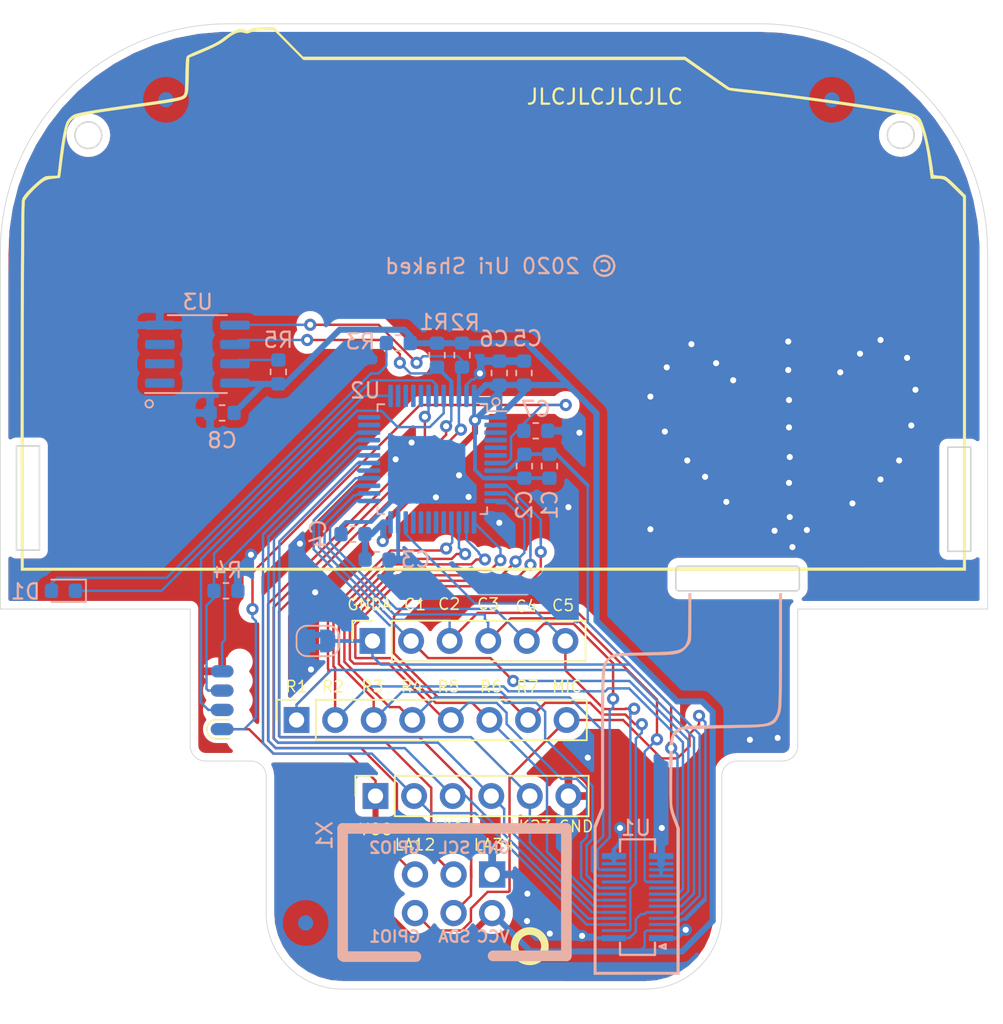
<source format=kicad_pcb>
(kicad_pcb (version 20171130) (host pcbnew "(5.1.5)-3")
  (layers (0 F.Cu signal) (31 B.Cu signal) (34 B.Paste user) (35 F.Paste user) (36 B.SilkS user) (37 F.SilkS user) (38 B.Mask user) (39 F.Mask user) (44 Edge.Cuts user))
  (net 0 "")
  (net 1 VCC)
  (net 2 GND)
  (net 3 /NRST)
  (net 4 /SWCLK)
  (net 5 /BOOT0)
  (net 6 "Net-(J1-Pad2)")
  (net 7 "Net-(J1-Pad3)")
  (net 8 /SWDIO)
  (net 9 /SCL)
  (net 10 /SDA)
  (net 11 /LEDA_1_2)
  (net 12 /LEDA_3_4)
  (net 13 GNDA)
  (net 14 /LEDK_1_4)
  (net 15 /LEDK_2_3)
  (net 16 /MIC)
  (net 17 "Net-(U2-Pad41)")
  (net 18 "Net-(U2-Pad38)")
  (net 19 "Net-(U2-Pad36)")
  (net 20 "Net-(U2-Pad35)")
  (net 21 "Net-(U2-Pad21)")
  (net 22 "Net-(U2-Pad6)")
  (net 23 "Net-(U2-Pad5)")
  (net 24 "Net-(U2-Pad4)")
  (net 25 "Net-(U2-Pad3)")
  (net 26 "Net-(U2-Pad2)")
  (net 27 /TX)
  (net 28 "Net-(D1-Pad2)")
  (net 29 /LED)
  (net 30 "Net-(U2-Pad17)")
  (net 31 "Net-(U2-Pad40)")
  (net 32 "Net-(U2-Pad39)")
  (net 33 "Net-(U2-Pad20)")
  (net 34 "Net-(U2-Pad19)")
  (net 35 "Net-(U2-Pad18)")
  (net 36 /COL5)
  (net 37 /COL4)
  (net 38 /COL3)
  (net 39 /COL2)
  (net 40 /COL1)
  (net 41 /ROW7)
  (net 42 /ROW6)
  (net 43 /ROW5)
  (net 44 /ROW4)
  (net 45 /ROW3)
  (net 46 /ROW2)
  (net 47 /ROW1)
  (net 48 "Net-(U2-Pad29)")
  (net 49 "Net-(R5-Pad1)")
  (net 50 "Net-(U3-Pad3)")
  (net 51 "Net-(U3-Pad2)")
  (net 52 "Net-(U3-Pad1)")
  (module aramcon:aramcon-logo (layer B.Cu) (at 125.52 54.37 180)
    (fp_text reference svg2mod hide)
    (fp_text value G*** hide)
  )
  (module Fiducial:Fiducial_1mm_Mask3mm (layer B.Cu) (at 112.6 103.15)
    (fp_text reference REF** hide)
    (fp_text value Fiducial_1mm_Mask3mm)
    (pad "" smd circle (at 0 0) (size 1 1) (layers B.Cu B.Mask) (clearance 1))
  )
  (module Fiducial:Fiducial_1mm_Mask3mm (layer B.Cu) (at 103.4 49)
    (fp_text reference REF** hide)
    (fp_text value Fiducial_1mm_Mask3mm)
    (pad "" smd circle (at 0 0) (size 1 1) (layers B.Cu B.Mask) (clearance 1))
  )
  (module Fiducial:Fiducial_1mm_Mask3mm (layer B.Cu) (at 147.25 49)
    (fp_text reference REF** hide)
    (fp_text value Fiducial_1mm_Mask3mm)
    (pad "" smd circle (at 0 0) (size 1 1) (layers B.Cu B.Mask) (clearance 1))
  )
  (module Package_SO:SOIC-8_3.9x4.9mm_P1.27mm (layer B.Cu) (at 105.47 65.73)
    (fp_text reference U3 (at 0.03 -3.43) (layer B.SilkS) (effects (justify mirror)))
    (fp_text value M24C02-WMN)
    (pad 8 smd roundrect (at 2.475 1.905) (size 1.95 0.6) (layers B.Cu B.Paste B.Mask) (net 1 VCC))
    (pad 7 smd roundrect (at 2.475 0.635) (size 1.95 0.6) (layers B.Cu B.Paste B.Mask) (net 49 "Net-(R5-Pad1)"))
    (pad 6 smd roundrect (at 2.475 -0.635) (size 1.95 0.6) (layers B.Cu B.Paste B.Mask) (net 9 /SCL))
    (pad 5 smd roundrect (at 2.475 -1.905) (size 1.95 0.6) (layers B.Cu B.Paste B.Mask) (net 10 /SDA))
    (pad 4 smd roundrect (at -2.475 -1.905) (size 1.95 0.6) (layers B.Cu B.Paste B.Mask) (net 2 GND))
    (pad 3 smd roundrect (at -2.475 -0.635) (size 1.95 0.6) (layers B.Cu B.Paste B.Mask) (net 50 "Net-(U3-Pad3)"))
    (pad 2 smd roundrect (at -2.475 0.635) (size 1.95 0.6) (layers B.Cu B.Paste B.Mask) (net 51 "Net-(U3-Pad2)"))
    (pad 1 smd roundrect (at -2.475 1.905) (size 1.95 0.6) (layers B.Cu B.Paste B.Mask) (net 52 "Net-(U3-Pad1)"))
  )
  (module Resistor_SMD:R_0603_1608Metric (layer B.Cu) (at 110.8 66.9 270)
    (fp_text reference R5 (at -2.1 0 180) (layer B.SilkS) (effects (justify mirror)))
    (fp_text value 10K)
    (pad 2 smd roundrect (at 0.7875 0 270) (size 0.875 0.95) (layers B.Cu B.Paste B.Mask) (net 1 VCC))
    (pad 1 smd roundrect (at -0.7875 0 270) (size 0.875 0.95) (layers B.Cu B.Paste B.Mask) (net 49 "Net-(R5-Pad1)"))
  )
  (module Capacitor_SMD:C_0603_1608Metric (layer B.Cu) (at 107.1 69.6 180)
    (fp_text reference C8 (at 0 -1.8) (layer B.SilkS) (effects (justify mirror)))
    (fp_text value 100nF)
    (pad 2 smd roundrect (at 0.7875 0 180) (size 0.875 0.95) (layers B.Cu B.Paste B.Mask) (net 2 GND))
    (pad 1 smd roundrect (at -0.7875 0 180) (size 0.875 0.95) (layers B.Cu B.Paste B.Mask) (net 1 VCC))
  )
  (module keyboard:drawing (layer F.Cu) (at 123.75 76.1 180)
    (fp_text reference KBD1 hide)
    (fp_text value Val** hide)
    (fp_line (start -31.129941 -2.602451) (end -31.129941 -2.602451) (layer Edge.Cuts) (width 0.1))
    (fp_line (start -31.129941 4.249675) (end -31.129941 -2.602451) (layer Edge.Cuts) (width 0.1))
    (fp_line (start -32.641786 4.249675) (end -31.129941 4.249675) (layer Edge.Cuts) (width 0.1))
    (fp_line (start -32.641786 -2.602451) (end -32.641786 4.249675) (layer Edge.Cuts) (width 0.1))
    (fp_line (start -31.129941 -2.602451) (end -32.641786 -2.602451) (layer Edge.Cuts) (width 0.1))
    (fp_line (start 30.190453 -2.522361) (end 30.190453 -2.522361) (layer Edge.Cuts) (width 0.1))
    (fp_line (start 30.190453 4.329765) (end 30.190453 -2.522361) (layer Edge.Cuts) (width 0.1))
    (fp_line (start 28.678611 4.329765) (end 30.190453 4.329765) (layer Edge.Cuts) (width 0.1))
    (fp_line (start 28.678611 -2.522361) (end 28.678611 4.329765) (layer Edge.Cuts) (width 0.1))
    (fp_line (start 30.190453 -2.522361) (end 28.678611 -2.522361) (layer Edge.Cuts) (width 0.1))
    (fp_line (start -13.425901 -5.20437) (end -13.425901 -5.20437) (layer Edge.Cuts) (width 0.1))
    (fp_line (start -13.425901 -5.20437) (end -13.425901 -5.20437) (layer Edge.Cuts) (width 0.1))
    (fp_line (start -13.346621 -5.18844) (end -13.425901 -5.20437) (layer Edge.Cuts) (width 0.1))
    (fp_line (start -13.282011 -5.14495) (end -13.346621 -5.18844) (layer Edge.Cuts) (width 0.1))
    (fp_line (start -13.238521 -5.08035) (end -13.282011 -5.14495) (layer Edge.Cuts) (width 0.1))
    (fp_line (start -13.222591 -5.00107) (end -13.238521 -5.08035) (layer Edge.Cuts) (width 0.1))
    (fp_line (start -13.222591 -3.78127) (end -13.222591 -5.00107) (layer Edge.Cuts) (width 0.1))
    (fp_line (start -13.238521 -3.70199) (end -13.222591 -3.78127) (layer Edge.Cuts) (width 0.1))
    (fp_line (start -13.282011 -3.63738) (end -13.238521 -3.70199) (layer Edge.Cuts) (width 0.1))
    (fp_line (start -13.346621 -3.59389) (end -13.282011 -3.63738) (layer Edge.Cuts) (width 0.1))
    (fp_line (start -13.425901 -3.57796) (end -13.346621 -3.59389) (layer Edge.Cuts) (width 0.1))
    (fp_line (start -21.151301 -3.57796) (end -13.425901 -3.57796) (layer Edge.Cuts) (width 0.1))
    (fp_line (start -21.230581 -3.59389) (end -21.151301 -3.57796) (layer Edge.Cuts) (width 0.1))
    (fp_line (start -21.295181 -3.63738) (end -21.230581 -3.59389) (layer Edge.Cuts) (width 0.1))
    (fp_line (start -21.338671 -3.70199) (end -21.295181 -3.63738) (layer Edge.Cuts) (width 0.1))
    (fp_line (start -21.354601 -3.78127) (end -21.338671 -3.70199) (layer Edge.Cuts) (width 0.1))
    (fp_line (start -21.354601 -5.00107) (end -21.354601 -3.78127) (layer Edge.Cuts) (width 0.1))
    (fp_line (start -21.338671 -5.08035) (end -21.354601 -5.00107) (layer Edge.Cuts) (width 0.1))
    (fp_line (start -21.295181 -5.14495) (end -21.338671 -5.08035) (layer Edge.Cuts) (width 0.1))
    (fp_line (start -21.230581 -5.18844) (end -21.295181 -5.14495) (layer Edge.Cuts) (width 0.1))
    (fp_line (start -21.151301 -5.20437) (end -21.230581 -5.18844) (layer Edge.Cuts) (width 0.1))
    (fp_line (start -13.425901 -5.20437) (end -21.151301 -5.20437) (layer Edge.Cuts) (width 0.1))
    (fp_line (start 24.575977 24.769634) (end 24.575987 24.769634) (layer Edge.Cuts) (width 0.1))
    (fp_line (start 24.575977 24.769634) (end 24.575977 24.769634) (layer Edge.Cuts) (width 0.1))
    (fp_line (start 24.593927 24.592818) (end 24.575977 24.769634) (layer Edge.Cuts) (width 0.1))
    (fp_line (start 24.645407 24.428131) (end 24.593927 24.592818) (layer Edge.Cuts) (width 0.1))
    (fp_line (start 24.726877 24.279101) (end 24.645407 24.428131) (layer Edge.Cuts) (width 0.1))
    (fp_line (start 24.834768 24.149256) (end 24.726877 24.279101) (layer Edge.Cuts) (width 0.1))
    (fp_line (start 24.965535 24.042124) (end 24.834768 24.149256) (layer Edge.Cuts) (width 0.1))
    (fp_line (start 25.115622 23.961234) (end 24.965535 24.042124) (layer Edge.Cuts) (width 0.1))
    (fp_line (start 25.281477 23.910114) (end 25.115622 23.961234) (layer Edge.Cuts) (width 0.1))
    (fp_line (start 25.459547 23.892284) (end 25.281477 23.910114) (layer Edge.Cuts) (width 0.1))
    (fp_line (start 25.637617 23.910114) (end 25.459547 23.892284) (layer Edge.Cuts) (width 0.1))
    (fp_line (start 25.803472 23.961234) (end 25.637617 23.910114) (layer Edge.Cuts) (width 0.1))
    (fp_line (start 25.95356 24.042124) (end 25.803472 23.961234) (layer Edge.Cuts) (width 0.1))
    (fp_line (start 26.084326 24.149256) (end 25.95356 24.042124) (layer Edge.Cuts) (width 0.1))
    (fp_line (start 26.192217 24.279101) (end 26.084326 24.149256) (layer Edge.Cuts) (width 0.1))
    (fp_line (start 26.273687 24.428131) (end 26.192217 24.279101) (layer Edge.Cuts) (width 0.1))
    (fp_line (start 26.325167 24.592818) (end 26.273687 24.428131) (layer Edge.Cuts) (width 0.1))
    (fp_line (start 26.343117 24.769634) (end 26.325167 24.592818) (layer Edge.Cuts) (width 0.1))
    (fp_line (start 26.325987 24.941596) (end 26.343117 24.769634) (layer Edge.Cuts) (width 0.1))
    (fp_line (start 26.275867 25.105381) (end 26.325987 24.941596) (layer Edge.Cuts) (width 0.1))
    (fp_line (start 26.194677 25.256388) (end 26.275867 25.105381) (layer Edge.Cuts) (width 0.1))
    (fp_line (start 26.084336 25.390014) (end 26.194677 25.256388) (layer Edge.Cuts) (width 0.1))
    (fp_line (start 25.949763 25.499578) (end 26.084336 25.390014) (layer Edge.Cuts) (width 0.1))
    (fp_line (start 25.797685 25.580198) (end 25.949763 25.499578) (layer Edge.Cuts) (width 0.1))
    (fp_line (start 25.632738 25.629968) (end 25.797685 25.580198) (layer Edge.Cuts) (width 0.1))
    (fp_line (start 25.459557 25.646978) (end 25.632738 25.629968) (layer Edge.Cuts) (width 0.1))
    (fp_line (start 25.286376 25.629968) (end 25.459557 25.646978) (layer Edge.Cuts) (width 0.1))
    (fp_line (start 25.121429 25.580198) (end 25.286376 25.629968) (layer Edge.Cuts) (width 0.1))
    (fp_line (start 24.969352 25.499578) (end 25.121429 25.580198) (layer Edge.Cuts) (width 0.1))
    (fp_line (start 24.834778 25.390014) (end 24.969352 25.499578) (layer Edge.Cuts) (width 0.1))
    (fp_line (start 24.724437 25.256388) (end 24.834778 25.390014) (layer Edge.Cuts) (width 0.1))
    (fp_line (start 24.643247 25.105381) (end 24.724437 25.256388) (layer Edge.Cuts) (width 0.1))
    (fp_line (start 24.593127 24.941596) (end 24.643247 25.105381) (layer Edge.Cuts) (width 0.1))
    (fp_line (start 24.575987 24.769634) (end 24.593127 24.941596) (layer Edge.Cuts) (width 0.1))
    (fp_line (start -28.914482 24.779647) (end -28.914482 24.779647) (layer Edge.Cuts) (width 0.1))
    (fp_line (start -28.914482 24.779647) (end -28.914482 24.779647) (layer Edge.Cuts) (width 0.1))
    (fp_line (start -28.896531 24.602831) (end -28.914482 24.779647) (layer Edge.Cuts) (width 0.1))
    (fp_line (start -28.845047 24.438144) (end -28.896531 24.602831) (layer Edge.Cuts) (width 0.1))
    (fp_line (start -28.763582 24.289114) (end -28.845047 24.438144) (layer Edge.Cuts) (width 0.1))
    (fp_line (start -28.65569 24.159269) (end -28.763582 24.289114) (layer Edge.Cuts) (width 0.1))
    (fp_line (start -28.524925 24.052137) (end -28.65569 24.159269) (layer Edge.Cuts) (width 0.1))
    (fp_line (start -28.374838 23.971247) (end -28.524925 24.052137) (layer Edge.Cuts) (width 0.1))
    (fp_line (start -28.208983 23.920127) (end -28.374838 23.971247) (layer Edge.Cuts) (width 0.1))
    (fp_line (start -28.030912 23.902307) (end -28.208983 23.920127) (layer Edge.Cuts) (width 0.1))
    (fp_line (start -27.852842 23.920127) (end -28.030912 23.902307) (layer Edge.Cuts) (width 0.1))
    (fp_line (start -27.686986 23.971247) (end -27.852842 23.920127) (layer Edge.Cuts) (width 0.1))
    (fp_line (start -27.536899 24.052137) (end -27.686986 23.971247) (layer Edge.Cuts) (width 0.1))
    (fp_line (start -27.406133 24.159269) (end -27.536899 24.052137) (layer Edge.Cuts) (width 0.1))
    (fp_line (start -27.298242 24.289114) (end -27.406133 24.159269) (layer Edge.Cuts) (width 0.1))
    (fp_line (start -27.216777 24.438144) (end -27.298242 24.289114) (layer Edge.Cuts) (width 0.1))
    (fp_line (start -27.165293 24.602831) (end -27.216777 24.438144) (layer Edge.Cuts) (width 0.1))
    (fp_line (start -27.147342 24.779647) (end -27.165293 24.602831) (layer Edge.Cuts) (width 0.1))
    (fp_line (start -27.165293 24.956463) (end -27.147342 24.779647) (layer Edge.Cuts) (width 0.1))
    (fp_line (start -27.216777 25.12115) (end -27.165293 24.956463) (layer Edge.Cuts) (width 0.1))
    (fp_line (start -27.298242 25.27018) (end -27.216777 25.12115) (layer Edge.Cuts) (width 0.1))
    (fp_line (start -27.406133 25.400025) (end -27.298242 25.27018) (layer Edge.Cuts) (width 0.1))
    (fp_line (start -27.536899 25.507157) (end -27.406133 25.400025) (layer Edge.Cuts) (width 0.1))
    (fp_line (start -27.686986 25.588047) (end -27.536899 25.507157) (layer Edge.Cuts) (width 0.1))
    (fp_line (start -27.852842 25.639167) (end -27.686986 25.588047) (layer Edge.Cuts) (width 0.1))
    (fp_line (start -28.030912 25.656987) (end -27.852842 25.639167) (layer Edge.Cuts) (width 0.1))
    (fp_line (start -28.208983 25.639167) (end -28.030912 25.656987) (layer Edge.Cuts) (width 0.1))
    (fp_line (start -28.374838 25.588047) (end -28.208983 25.639167) (layer Edge.Cuts) (width 0.1))
    (fp_line (start -28.524925 25.507157) (end -28.374838 25.588047) (layer Edge.Cuts) (width 0.1))
    (fp_line (start -28.65569 25.400025) (end -28.524925 25.507157) (layer Edge.Cuts) (width 0.1))
    (fp_line (start -28.763582 25.27018) (end -28.65569 25.400025) (layer Edge.Cuts) (width 0.1))
    (fp_line (start -28.845047 25.12115) (end -28.763582 25.27018) (layer Edge.Cuts) (width 0.1))
    (fp_line (start -28.896531 24.956463) (end -28.845047 25.12115) (layer Edge.Cuts) (width 0.1))
    (fp_line (start -28.914482 24.779647) (end -28.896531 24.956463) (layer Edge.Cuts) (width 0.1))
  )
  (module Resistor_SMD:R_0603_1608Metric (layer B.Cu) (at 107.35 81.3)
    (fp_text reference R4 (at 0.1 -1.35) (layer B.SilkS) (effects (justify mirror)))
    (fp_text value 10K)
    (pad 2 smd roundrect (at 0.7875 0) (size 0.875 0.95) (layers B.Cu B.Paste B.Mask) (net 2 GND))
    (pad 1 smd roundrect (at -0.7875 0) (size 0.875 0.95) (layers B.Cu B.Paste B.Mask) (net 5 /BOOT0))
  )
  (module Capacitor_SMD:C_0603_1608Metric (layer B.Cu) (at 127.75 70.775 180)
    (fp_text reference C7 (at 0 1.43) (layer B.SilkS) (effects (justify mirror)))
    (fp_text value 100nF)
    (pad 2 smd roundrect (at 0.7875 0 180) (size 0.875 0.95) (layers B.Cu B.Paste B.Mask) (net 3 /NRST))
    (pad 1 smd roundrect (at -0.7875 0 180) (size 0.875 0.95) (layers B.Cu B.Paste B.Mask) (net 2 GND))
  )
  (module sao:Badgelife-SAOv169-SAO-2x3 (layer F.Cu) (at 122.4 101.25 180)
    (fp_text reference X1 (at 8.55 3.85 90) (layer B.SilkS) (effects (justify mirror)))
    (fp_text value Badgelife_sao_connector_v169bis)
    (fp_text user GPIO2 (at 3.937 3.048 unlocked) (layer B.SilkS) (effects (font (size 0.75 0.75)) (justify mirror)))
    (fp_text user SCL (at 0 3.048 unlocked) (layer B.SilkS) (effects (font (size 0.75 0.75)) (justify mirror)))
    (fp_text user GND (at -2.54 3.048 unlocked) (layer B.SilkS) (effects (font (size 0.75 0.75)) (justify mirror)))
    (fp_text user GPIO1 (at 3.937 -2.794 unlocked) (layer B.SilkS) (effects (font (size 0.75 0.75)) (justify mirror)))
    (fp_text user SDA (at 0 -2.794 unlocked) (layer B.SilkS) (effects (font (size 0.75 0.75)) (justify mirror)))
    (fp_text user VCC (at -2.54 -2.794 unlocked) (layer B.SilkS) (effects (font (size 0.75 0.75)) (justify mirror)))
    (pad 2 thru_hole rect (at -2.48 1.29 90) (size 1.7272 1.7272) (drill 1.016) (layers *.Cu *.Mask) (net 2 GND))
    (pad 1 thru_hole oval (at -2.48 -1.25 90) (size 1.7272 1.7272) (drill 1.016) (layers *.Cu *.Mask) (net 1 VCC))
    (pad 4 thru_hole oval (at 0.06 1.29 90) (size 1.7272 1.7272) (drill 1.016) (layers *.Cu *.Mask) (net 9 /SCL))
    (pad 3 thru_hole oval (at 0.06 -1.25 90) (size 1.7272 1.7272) (drill 1.016) (layers *.Cu *.Mask) (net 10 /SDA))
    (pad 6 thru_hole circle (at 2.6 1.29 90) (size 1.7272 1.7272) (drill 1.016) (layers *.Cu *.Mask) (net 27 /TX))
    (pad 5 thru_hole circle (at 2.6 -1.25 90) (size 1.7272 1.7272) (drill 1.016) (layers *.Cu *.Mask) (net 16 /MIC))
  )
  (module "Connectors_Hirose_extra:BM14B(0.8)-24DS-0.4V(53)-longpads" (layer B.Cu) (at 134.45 101.45 90)
    (fp_text reference U1 (at 4.55 -0.1 180) (layer B.SilkS) (effects (justify mirror)))
    (fp_text value BBQ10KBD)
    (pad 28 smd rect (at -2.7 -1.55 90) (size 0.4 1.6) (layers B.Cu B.Paste B.Mask) (net 2 GND))
    (pad 15 smd rect (at 2.7 -1.55 90) (size 0.4 1.6) (layers B.Cu B.Paste B.Mask) (net 2 GND))
    (pad 14 smd rect (at 2.7 1.55 90) (size 0.4 1.6) (layers B.Cu B.Paste B.Mask) (net 2 GND))
    (pad 1 smd rect (at -2.7 1.55 90) (size 0.4 1.6) (layers B.Cu B.Paste B.Mask) (net 2 GND))
    (pad 27 smd rect (at -2.2 -1.55 90) (size 0.2 1.6) (layers B.Cu B.Paste B.Mask) (net 41 /ROW7))
    (pad 26 smd rect (at -1.8 -1.55 90) (size 0.2 1.6) (layers B.Cu B.Paste B.Mask) (net 11 /LEDA_1_2))
    (pad 25 smd rect (at -1.4 -1.55 90) (size 0.2 1.6) (layers B.Cu B.Paste B.Mask) (net 14 /LEDK_1_4))
    (pad 24 smd rect (at -1 -1.55 90) (size 0.2 1.6) (layers B.Cu B.Paste B.Mask) (net 12 /LEDA_3_4))
    (pad 23 smd rect (at -0.6 -1.55 90) (size 0.2 1.6) (layers B.Cu B.Paste B.Mask) (net 15 /LEDK_2_3))
    (pad 22 smd rect (at -0.2 -1.55 90) (size 0.2 1.6) (layers B.Cu B.Paste B.Mask) (net 42 /ROW6))
    (pad 21 smd rect (at 0.2 -1.55 90) (size 0.2 1.6) (layers B.Cu B.Paste B.Mask) (net 43 /ROW5))
    (pad 20 smd rect (at 0.6 -1.55 90) (size 0.2 1.6) (layers B.Cu B.Paste B.Mask) (net 44 /ROW4))
    (pad 19 smd rect (at 1 -1.55 90) (size 0.2 1.6) (layers B.Cu B.Paste B.Mask) (net 36 /COL5))
    (pad 18 smd rect (at 1.4 -1.55 90) (size 0.2 1.6) (layers B.Cu B.Paste B.Mask) (net 45 /ROW3))
    (pad 17 smd rect (at 1.8 -1.55 90) (size 0.2 1.6) (layers B.Cu B.Paste B.Mask) (net 37 /COL4))
    (pad 16 smd rect (at 2.2 -1.55 90) (size 0.2 1.6) (layers B.Cu B.Paste B.Mask) (net 2 GND))
    (pad 13 smd rect (at 2.2 1.55 90) (size 0.2 1.6) (layers B.Cu B.Paste B.Mask) (net 2 GND))
    (pad 12 smd rect (at 1.8 1.55 90) (size 0.2 1.6) (layers B.Cu B.Paste B.Mask) (net 2 GND))
    (pad 11 smd rect (at 1.4 1.55 90) (size 0.2 1.6) (layers B.Cu B.Paste B.Mask) (net 2 GND))
    (pad 10 smd rect (at 1 1.55 90) (size 0.2 1.6) (layers B.Cu B.Paste B.Mask) (net 38 /COL3))
    (pad 9 smd rect (at 0.6 1.55 90) (size 0.2 1.6) (layers B.Cu B.Paste B.Mask) (net 39 /COL2))
    (pad 8 smd rect (at 0.2 1.55 90) (size 0.2 1.6) (layers B.Cu B.Paste B.Mask) (net 46 /ROW2))
    (pad 7 smd rect (at -0.2 1.55 90) (size 0.2 1.6) (layers B.Cu B.Paste B.Mask) (net 40 /COL1))
    (pad 6 smd rect (at -0.6 1.55 90) (size 0.2 1.6) (layers B.Cu B.Paste B.Mask) (net 47 /ROW1))
    (pad 5 smd rect (at -1 1.55 90) (size 0.2 1.6) (layers B.Cu B.Paste B.Mask) (net 2 GND))
    (pad 4 smd rect (at -1.4 1.55 90) (size 0.2 1.6) (layers B.Cu B.Paste B.Mask) (net 13 GNDA))
    (pad 3 smd rect (at -1.8 1.55 90) (size 0.2 1.6) (layers B.Cu B.Paste B.Mask) (net 16 /MIC))
    (pad 2 smd rect (at -2.2 1.55 90) (size 0.2 1.6) (layers B.Cu B.Paste B.Mask) (net 1 VCC))
  )
  (module Connector_PinSocket_2.54mm:PinSocket_1x06_P2.54mm_Vertical (layer F.Cu) (at 117.2 94.8 90)
    (fp_text reference J2 hide)
    (fp_text value Conn_01x06_Female)
    (pad 6 thru_hole oval (at 0 12.7 90) (size 1.7 1.7) (drill 1) (layers *.Cu *.Mask) (net 2 GND))
    (pad 5 thru_hole oval (at 0 10.16 90) (size 1.7 1.7) (drill 1) (layers *.Cu *.Mask) (net 15 /LEDK_2_3))
    (pad 4 thru_hole oval (at 0 7.62 90) (size 1.7 1.7) (drill 1) (layers *.Cu *.Mask) (net 12 /LEDA_3_4))
    (pad 3 thru_hole oval (at 0 5.08 90) (size 1.7 1.7) (drill 1) (layers *.Cu *.Mask) (net 14 /LEDK_1_4))
    (pad 2 thru_hole oval (at 0 2.54 90) (size 1.7 1.7) (drill 1) (layers *.Cu *.Mask) (net 11 /LEDA_1_2))
    (pad 1 thru_hole rect (at 0 0 90) (size 1.7 1.7) (drill 1) (layers *.Cu *.Mask) (net 1 VCC))
  )
  (module Resistor_SMD:R_0603_1608Metric (layer B.Cu) (at 118.7 65)
    (fp_text reference R3 (at -2.5 -0.1 180) (layer B.SilkS) (effects (justify mirror)))
    (fp_text value 1K)
    (pad 2 smd roundrect (at 0.7875 0) (size 0.875 0.95) (layers B.Cu B.Paste B.Mask) (net 1 VCC))
    (pad 1 smd roundrect (at -0.7875 0) (size 0.875 0.95) (layers B.Cu B.Paste B.Mask) (net 28 "Net-(D1-Pad2)"))
  )
  (module Connector_PinSocket_2.54mm:PinSocket_1x08_P2.54mm_Vertical (layer F.Cu) (at 112 89.8 90)
    (fp_text reference J4 hide)
    (fp_text value Conn_01x08_Female)
    (pad 8 thru_hole oval (at 0 17.78 90) (size 1.7 1.7) (drill 1) (layers *.Cu *.Mask) (net 16 /MIC))
    (pad 7 thru_hole oval (at 0 15.24 90) (size 1.7 1.7) (drill 1) (layers *.Cu *.Mask) (net 41 /ROW7))
    (pad 6 thru_hole oval (at 0 12.7 90) (size 1.7 1.7) (drill 1) (layers *.Cu *.Mask) (net 42 /ROW6))
    (pad 5 thru_hole oval (at 0 10.16 90) (size 1.7 1.7) (drill 1) (layers *.Cu *.Mask) (net 43 /ROW5))
    (pad 4 thru_hole oval (at 0 7.62 90) (size 1.7 1.7) (drill 1) (layers *.Cu *.Mask) (net 44 /ROW4))
    (pad 3 thru_hole oval (at 0 5.08 90) (size 1.7 1.7) (drill 1) (layers *.Cu *.Mask) (net 45 /ROW3))
    (pad 2 thru_hole oval (at 0 2.54 90) (size 1.7 1.7) (drill 1) (layers *.Cu *.Mask) (net 46 /ROW2))
    (pad 1 thru_hole rect (at 0 0 90) (size 1.7 1.7) (drill 1) (layers *.Cu *.Mask) (net 47 /ROW1))
  )
  (module Connector_PinSocket_2.54mm:PinSocket_1x06_P2.54mm_Vertical (layer F.Cu) (at 117 84.6 90)
    (fp_text reference J3 hide)
    (fp_text value Conn_01x08_Female)
    (pad 6 thru_hole oval (at 0 12.7 90) (size 1.7 1.7) (drill 1) (layers *.Cu *.Mask) (net 36 /COL5))
    (pad 5 thru_hole oval (at 0 10.16 90) (size 1.7 1.7) (drill 1) (layers *.Cu *.Mask) (net 37 /COL4))
    (pad 4 thru_hole oval (at 0 7.62 90) (size 1.7 1.7) (drill 1) (layers *.Cu *.Mask) (net 38 /COL3))
    (pad 3 thru_hole oval (at 0 5.08 90) (size 1.7 1.7) (drill 1) (layers *.Cu *.Mask) (net 39 /COL2))
    (pad 2 thru_hole oval (at 0 2.54 90) (size 1.7 1.7) (drill 1) (layers *.Cu *.Mask) (net 40 /COL1))
    (pad 1 thru_hole rect (at 0 0 90) (size 1.7 1.7) (drill 1) (layers *.Cu *.Mask) (net 13 GNDA))
  )
  (module LED_SMD:LED_0603_1608Metric (layer B.Cu) (at 96.65 81.3 180)
    (fp_text reference D1 (at 2.5 -0.05 180) (layer B.SilkS) (effects (justify mirror)))
    (fp_text value LED)
    (pad 2 smd roundrect (at 0.7875 0 180) (size 0.875 0.95) (layers B.Cu B.Paste B.Mask) (net 28 "Net-(D1-Pad2)"))
    (pad 1 smd roundrect (at -0.7875 0 180) (size 0.875 0.95) (layers B.Cu B.Paste B.Mask) (net 29 /LED))
  )
  (module Jumper:SolderJumper-2_P1.3mm_Bridged2Bar_RoundedPad1.0x1.5mm (layer B.Cu) (at 113.4 84.6)
    (fp_text reference JP1 hide)
    (fp_text value Jumper_2_Bridged)
    (fp_poly (pts (xy -0.25 0.6) (xy 0.25 0.6) (xy 0.25 0.2) (xy -0.25 0.2)) (layer B.Cu) (width 0))
    (fp_poly (pts (xy -0.25 -0.2) (xy 0.25 -0.2) (xy 0.25 -0.6) (xy -0.25 -0.6)) (layer B.Cu) (width 0))
    (pad 1 smd custom (at -0.65 0) (size 1 0.5) (layers B.Cu B.Mask) (net 2 GND) (options (clearance outline) (anchor rect)) (primitives (gr_circle (center 0 -0.25) (end 0.5 -0.25) (width 0)) (gr_circle (center 0 0.25) (end 0.5 0.25) (width 0)) (gr_poly (pts (xy 0.5 -0.75) (xy 0.5 0.75) (xy 0 0.75) (xy 0 -0.75)) (width 0))))
    (pad 2 smd custom (at 0.65 0) (size 1 0.5) (layers B.Cu B.Mask) (net 13 GNDA) (options (clearance outline) (anchor rect)) (primitives (gr_circle (center 0 -0.25) (end 0.5 -0.25) (width 0)) (gr_circle (center 0 0.25) (end 0.5 0.25) (width 0)) (gr_poly (pts (xy -0.5 -0.75) (xy -0.5 0.75) (xy 0 0.75) (xy 0 -0.75)) (width 0))))
  )
  (module soicbite:SOIC_clipProgSmall (layer F.Cu) (at 106.35 88.5 270)
    (fp_text reference J1 hide)
    (fp_text value Conn_02x04_Top_Bottom)
    (pad 5 smd oval (at -1.905 -0.75 270) (size 0.8 1.5) (layers B.Cu B.Mask) (net 8 /SWDIO))
    (pad 4 smd oval (at -1.905 -0.75 270) (size 0.8 1.5) (layers F.Cu F.Mask) (net 2 GND))
    (pad 3 smd oval (at -0.635 -0.75 270) (size 0.8 1.5) (layers F.Cu F.Mask) (net 7 "Net-(J1-Pad3)"))
    (pad 2 smd oval (at 0.635 -0.75 270) (size 0.8 1.5) (layers F.Cu F.Mask) (net 6 "Net-(J1-Pad2)"))
    (pad 1 smd oval (at 1.905 -0.75 270) (size 0.8 1.5) (layers F.Cu F.Mask) (net 1 VCC))
    (pad 6 smd oval (at -0.635 -0.75 270) (size 0.8 1.5) (layers B.Cu B.Mask) (net 5 /BOOT0))
    (pad 7 smd oval (at 0.635 -0.75 270) (size 0.8 1.5) (layers B.Cu B.Mask) (net 4 /SWCLK))
    (pad 8 smd oval (at 1.905 -0.75 270) (size 0.8 1.5) (layers B.Cu B.Mask) (net 3 /NRST))
    (pad "" np_thru_hole circle (at -2.54 -1.905 270) (size 0.7 0.7) (drill 0.7) (layers *.Cu *.Mask))
    (pad "" np_thru_hole circle (at -1.27 -1.905 270) (size 0.7 0.7) (drill 0.7) (layers *.Cu *.Mask))
    (pad "" np_thru_hole circle (at 0 -1.905 270) (size 0.7 0.7) (drill 0.7) (layers *.Cu *.Mask))
    (pad "" np_thru_hole circle (at 1.27 -1.905 270) (size 0.7 0.7) (drill 0.7) (layers *.Cu *.Mask))
    (pad "" np_thru_hole circle (at 2.54 -1.905 270) (size 0.7 0.7) (drill 0.7) (layers *.Cu *.Mask))
  )
  (module Package_QFP:LQFP-48_7x7mm_P0.5mm (layer B.Cu) (at 120.94 72.64 180)
    (fp_text reference U2 (at 4.415 4.515 180) (layer B.SilkS) (effects (justify mirror)))
    (fp_text value STM32F030C8Tx)
    (pad 48 smd roundrect (at -2.75 4.1625 180) (size 0.3 1.475) (layers B.Cu B.Paste B.Mask) (net 1 VCC))
    (pad 47 smd roundrect (at -2.25 4.1625 180) (size 0.3 1.475) (layers B.Cu B.Paste B.Mask) (net 2 GND))
    (pad 46 smd roundrect (at -1.75 4.1625 180) (size 0.3 1.475) (layers B.Cu B.Paste B.Mask) (net 10 /SDA))
    (pad 45 smd roundrect (at -1.25 4.1625 180) (size 0.3 1.475) (layers B.Cu B.Paste B.Mask) (net 9 /SCL))
    (pad 44 smd roundrect (at -0.75 4.1625 180) (size 0.3 1.475) (layers B.Cu B.Paste B.Mask) (net 5 /BOOT0))
    (pad 43 smd roundrect (at -0.25 4.1625 180) (size 0.3 1.475) (layers B.Cu B.Paste B.Mask) (net 29 /LED))
    (pad 42 smd roundrect (at 0.25 4.1625 180) (size 0.3 1.475) (layers B.Cu B.Paste B.Mask) (net 27 /TX))
    (pad 41 smd roundrect (at 0.75 4.1625 180) (size 0.3 1.475) (layers B.Cu B.Paste B.Mask) (net 17 "Net-(U2-Pad41)"))
    (pad 40 smd roundrect (at 1.25 4.1625 180) (size 0.3 1.475) (layers B.Cu B.Paste B.Mask) (net 31 "Net-(U2-Pad40)"))
    (pad 39 smd roundrect (at 1.75 4.1625 180) (size 0.3 1.475) (layers B.Cu B.Paste B.Mask) (net 32 "Net-(U2-Pad39)"))
    (pad 38 smd roundrect (at 2.25 4.1625 180) (size 0.3 1.475) (layers B.Cu B.Paste B.Mask) (net 18 "Net-(U2-Pad38)"))
    (pad 37 smd roundrect (at 2.75 4.1625 180) (size 0.3 1.475) (layers B.Cu B.Paste B.Mask) (net 4 /SWCLK))
    (pad 36 smd roundrect (at 4.1625 2.75 180) (size 1.475 0.3) (layers B.Cu B.Paste B.Mask) (net 19 "Net-(U2-Pad36)"))
    (pad 35 smd roundrect (at 4.1625 2.25 180) (size 1.475 0.3) (layers B.Cu B.Paste B.Mask) (net 20 "Net-(U2-Pad35)"))
    (pad 34 smd roundrect (at 4.1625 1.75 180) (size 1.475 0.3) (layers B.Cu B.Paste B.Mask) (net 8 /SWDIO))
    (pad 33 smd roundrect (at 4.1625 1.25 180) (size 1.475 0.3) (layers B.Cu B.Paste B.Mask) (net 11 /LEDA_1_2))
    (pad 32 smd roundrect (at 4.1625 0.75 180) (size 1.475 0.3) (layers B.Cu B.Paste B.Mask) (net 14 /LEDK_1_4))
    (pad 31 smd roundrect (at 4.1625 0.25 180) (size 1.475 0.3) (layers B.Cu B.Paste B.Mask) (net 12 /LEDA_3_4))
    (pad 30 smd roundrect (at 4.1625 -0.25 180) (size 1.475 0.3) (layers B.Cu B.Paste B.Mask) (net 15 /LEDK_2_3))
    (pad 29 smd roundrect (at 4.1625 -0.75 180) (size 1.475 0.3) (layers B.Cu B.Paste B.Mask) (net 48 "Net-(U2-Pad29)"))
    (pad 28 smd roundrect (at 4.1625 -1.25 180) (size 1.475 0.3) (layers B.Cu B.Paste B.Mask) (net 40 /COL1))
    (pad 27 smd roundrect (at 4.1625 -1.75 180) (size 1.475 0.3) (layers B.Cu B.Paste B.Mask) (net 39 /COL2))
    (pad 26 smd roundrect (at 4.1625 -2.25 180) (size 1.475 0.3) (layers B.Cu B.Paste B.Mask) (net 38 /COL3))
    (pad 25 smd roundrect (at 4.1625 -2.75 180) (size 1.475 0.3) (layers B.Cu B.Paste B.Mask) (net 37 /COL4))
    (pad 24 smd roundrect (at 2.75 -4.1625 180) (size 0.3 1.475) (layers B.Cu B.Paste B.Mask) (net 1 VCC))
    (pad 23 smd roundrect (at 2.25 -4.1625 180) (size 0.3 1.475) (layers B.Cu B.Paste B.Mask) (net 2 GND))
    (pad 22 smd roundrect (at 1.75 -4.1625 180) (size 0.3 1.475) (layers B.Cu B.Paste B.Mask) (net 36 /COL5))
    (pad 21 smd roundrect (at 1.25 -4.1625 180) (size 0.3 1.475) (layers B.Cu B.Paste B.Mask) (net 21 "Net-(U2-Pad21)"))
    (pad 20 smd roundrect (at 0.75 -4.1625 180) (size 0.3 1.475) (layers B.Cu B.Paste B.Mask) (net 33 "Net-(U2-Pad20)"))
    (pad 19 smd roundrect (at 0.25 -4.1625 180) (size 0.3 1.475) (layers B.Cu B.Paste B.Mask) (net 34 "Net-(U2-Pad19)"))
    (pad 18 smd roundrect (at -0.25 -4.1625 180) (size 0.3 1.475) (layers B.Cu B.Paste B.Mask) (net 35 "Net-(U2-Pad18)"))
    (pad 17 smd roundrect (at -0.75 -4.1625 180) (size 0.3 1.475) (layers B.Cu B.Paste B.Mask) (net 30 "Net-(U2-Pad17)"))
    (pad 16 smd roundrect (at -1.25 -4.1625 180) (size 0.3 1.475) (layers B.Cu B.Paste B.Mask) (net 47 /ROW1))
    (pad 15 smd roundrect (at -1.75 -4.1625 180) (size 0.3 1.475) (layers B.Cu B.Paste B.Mask) (net 46 /ROW2))
    (pad 14 smd roundrect (at -2.25 -4.1625 180) (size 0.3 1.475) (layers B.Cu B.Paste B.Mask) (net 45 /ROW3))
    (pad 13 smd roundrect (at -2.75 -4.1625 180) (size 0.3 1.475) (layers B.Cu B.Paste B.Mask) (net 44 /ROW4))
    (pad 12 smd roundrect (at -4.1625 -2.75 180) (size 1.475 0.3) (layers B.Cu B.Paste B.Mask) (net 43 /ROW5))
    (pad 11 smd roundrect (at -4.1625 -2.25 180) (size 1.475 0.3) (layers B.Cu B.Paste B.Mask) (net 42 /ROW6))
    (pad 10 smd roundrect (at -4.1625 -1.75 180) (size 1.475 0.3) (layers B.Cu B.Paste B.Mask) (net 41 /ROW7))
    (pad 9 smd roundrect (at -4.1625 -1.25 180) (size 1.475 0.3) (layers B.Cu B.Paste B.Mask) (net 1 VCC))
    (pad 8 smd roundrect (at -4.1625 -0.75 180) (size 1.475 0.3) (layers B.Cu B.Paste B.Mask) (net 13 GNDA))
    (pad 7 smd roundrect (at -4.1625 -0.25 180) (size 1.475 0.3) (layers B.Cu B.Paste B.Mask) (net 3 /NRST))
    (pad 6 smd roundrect (at -4.1625 0.25 180) (size 1.475 0.3) (layers B.Cu B.Paste B.Mask) (net 22 "Net-(U2-Pad6)"))
    (pad 5 smd roundrect (at -4.1625 0.75 180) (size 1.475 0.3) (layers B.Cu B.Paste B.Mask) (net 23 "Net-(U2-Pad5)"))
    (pad 4 smd roundrect (at -4.1625 1.25 180) (size 1.475 0.3) (layers B.Cu B.Paste B.Mask) (net 24 "Net-(U2-Pad4)"))
    (pad 3 smd roundrect (at -4.1625 1.75 180) (size 1.475 0.3) (layers B.Cu B.Paste B.Mask) (net 25 "Net-(U2-Pad3)"))
    (pad 2 smd roundrect (at -4.1625 2.25 180) (size 1.475 0.3) (layers B.Cu B.Paste B.Mask) (net 26 "Net-(U2-Pad2)"))
    (pad 1 smd roundrect (at -4.1625 2.75 180) (size 1.475 0.3) (layers B.Cu B.Paste B.Mask) (net 1 VCC))
  )
  (module Resistor_SMD:R_0603_1608Metric (layer B.Cu) (at 122.9 65.8 90)
    (fp_text reference R2 (at 2.15 0.2 180) (layer B.SilkS) (effects (justify mirror)))
    (fp_text value 10K)
    (pad 2 smd roundrect (at 0.7875 0 90) (size 0.875 0.95) (layers B.Cu B.Paste B.Mask) (net 1 VCC))
    (pad 1 smd roundrect (at -0.7875 0 90) (size 0.875 0.95) (layers B.Cu B.Paste B.Mask) (net 10 /SDA))
  )
  (module Resistor_SMD:R_0603_1608Metric (layer B.Cu) (at 121.25 65.8 90)
    (fp_text reference R1 (at 2.175 -0.2 180) (layer B.SilkS) (effects (justify mirror)))
    (fp_text value 10K)
    (pad 1 smd roundrect (at -0.7875 0 90) (size 0.875 0.95) (layers B.Cu B.Paste B.Mask) (net 9 /SCL))
    (pad 2 smd roundrect (at 0.7875 0 90) (size 0.875 0.95) (layers B.Cu B.Paste B.Mask) (net 1 VCC))
  )
  (module Capacitor_SMD:C_0603_1608Metric (layer B.Cu) (at 125.35 66.975 90)
    (fp_text reference C6 (at 2.25 -0.35 180) (layer B.SilkS) (effects (justify mirror)))
    (fp_text value 100nF)
    (pad 2 smd roundrect (at 0.7875 0 90) (size 0.875 0.95) (layers B.Cu B.Paste B.Mask) (net 2 GND))
    (pad 1 smd roundrect (at -0.7875 0 90) (size 0.875 0.95) (layers B.Cu B.Paste B.Mask) (net 1 VCC))
  )
  (module Capacitor_SMD:C_0603_1608Metric (layer B.Cu) (at 126.975 66.975 270)
    (fp_text reference C5 (at -2.275 -0.225 180) (layer B.SilkS) (effects (justify mirror)))
    (fp_text value 4.7uF)
    (pad 1 smd roundrect (at -0.7875 0 270) (size 0.875 0.95) (layers B.Cu B.Paste B.Mask) (net 2 GND))
    (pad 2 smd roundrect (at 0.7875 0 270) (size 0.875 0.95) (layers B.Cu B.Paste B.Mask) (net 1 VCC))
  )
  (module Capacitor_SMD:C_0603_1608Metric (layer B.Cu) (at 115.712 77.572 180)
    (fp_text reference C4 (at 2.286 0 270) (layer B.SilkS) (effects (justify mirror)))
    (fp_text value 100nF)
    (pad 2 smd roundrect (at 0.7875 0 180) (size 0.875 0.95) (layers B.Cu B.Paste B.Mask) (net 2 GND))
    (pad 1 smd roundrect (at -0.7875 0 180) (size 0.875 0.95) (layers B.Cu B.Paste B.Mask) (net 1 VCC))
  )
  (module Capacitor_SMD:C_0603_1608Metric (layer B.Cu) (at 117.3 79.25)
    (fp_text reference C3 (at 2.54 0) (layer B.SilkS) (effects (justify mirror)))
    (fp_text value 4.7uF)
    (pad 2 smd roundrect (at 0.7875 0) (size 0.875 0.95) (layers B.Cu B.Paste B.Mask) (net 2 GND))
    (pad 1 smd roundrect (at -0.7875 0) (size 0.875 0.95) (layers B.Cu B.Paste B.Mask) (net 1 VCC))
  )
  (module Capacitor_SMD:C_0603_1608Metric (layer B.Cu) (at 127 73.1 90)
    (fp_text reference C2 (at -2.54 0 90) (layer B.SilkS) (effects (justify mirror)))
    (fp_text value 100nF)
    (pad 2 smd roundrect (at 0.7875 0 90) (size 0.875 0.95) (layers B.Cu B.Paste B.Mask) (net 13 GNDA))
    (pad 1 smd roundrect (at -0.7875 0 90) (size 0.875 0.95) (layers B.Cu B.Paste B.Mask) (net 1 VCC))
  )
  (module Capacitor_SMD:C_0603_1608Metric (layer B.Cu) (at 128.65 73.1 270)
    (fp_text reference C1 (at 2.55 -0.025 270) (layer B.SilkS) (effects (justify mirror)))
    (fp_text value 4.7uF)
    (pad 2 smd roundrect (at 0.7875 0 270) (size 0.875 0.95) (layers B.Cu B.Paste B.Mask) (net 1 VCC))
    (pad 1 smd roundrect (at -0.7875 0 270) (size 0.875 0.95) (layers B.Cu B.Paste B.Mask) (net 13 GNDA))
  )
  (gr_circle (center 102.3 69) (end 102.55 69) (layer B.SilkS) (width 0.12))
  (gr_text JLCJLCJLCJLC (at 132.3 48.8) (layer F.SilkS) (effects (font (size 1 1))))
  (gr_arc (start 107.499634 59) (end 107.499634 44) (angle -90.4) (layer Edge.Cuts) (width 0.05))
  (gr_arc (start 142.5 59) (end 157.5 59) (angle -90.4) (layer Edge.Cuts) (width 0.05))
  (gr_circle (center 125.13 68.87) (end 125.38 68.87) (layer B.SilkS) (width 0.12))
  (gr_arc (start 144 91.5) (end 144 92.5) (angle -90.4) (layer Edge.Cuts) (width 0.05))
  (gr_arc (start 106 91.5) (end 105 91.5) (angle -90.4) (layer Edge.Cuts) (width 0.05))
  (gr_arc (start 109 93.5) (end 110 93.5) (angle -90.4) (layer Edge.Cuts) (width 0.05))
  (gr_arc (start 141 93.5) (end 141 92.5) (angle -90.4) (layer Edge.Cuts) (width 0.05))
  (gr_arc (start 135 102.5) (end 135 107.5) (angle -90.4) (layer Edge.Cuts) (width 0.05))
  (gr_arc (start 115 102.5) (end 110 102.5) (angle -90.4) (layer Edge.Cuts) (width 0.05))
  (gr_text R7 (at 127.2 87.6) (layer F.SilkS) (effects (font (size 0.75 0.75) (thickness 0.1))))
  (gr_text R6 (at 124.8 87.6) (layer F.SilkS) (effects (font (size 0.75 0.75) (thickness 0.1))))
  (gr_text R5 (at 122 87.6) (layer F.SilkS) (effects (font (size 0.75 0.75) (thickness 0.1))))
  (gr_text R4 (at 119.6 87.6) (layer F.SilkS) (effects (font (size 0.75 0.75) (thickness 0.1))))
  (gr_text "© 2020 Uri Shaked" (at 125.476 59.944) (layer B.SilkS) (effects (font (size 1 1)) (justify mirror)))
  (gr_text R3 (at 117 87.6) (layer F.SilkS) (effects (font (size 0.75 0.75) (thickness 0.1))))
  (gr_text R2 (at 114.4 87.6) (layer F.SilkS) (effects (font (size 0.75 0.75) (thickness 0.1))))
  (gr_text R1 (at 112 87.6) (layer F.SilkS) (effects (font (size 0.75 0.75) (thickness 0.1))))
  (gr_text LA12 (at 119.8 98) (layer F.SilkS) (effects (font (size 0.75 0.75) (thickness 0.1))))
  (gr_text LA34 (at 125 98) (layer F.SilkS) (effects (font (size 0.75 0.75) (thickness 0.1))))
  (gr_text LK14 (at 122.4 96.8) (layer F.SilkS) (effects (font (size 0.75 0.75) (thickness 0.1))))
  (gr_text LK23 (at 127.4 96.8) (layer F.SilkS) (effects (font (size 0.75 0.75) (thickness 0.1))))
  (gr_text GND (at 130.4 96.8) (layer F.SilkS) (effects (font (size 0.75 0.75) (thickness 0.1))))
  (gr_text MIC (at 129.8 87.6) (layer F.SilkS) (effects (font (size 0.75 0.75) (thickness 0.1))))
  (gr_text VCC (at 117.2 97) (layer F.SilkS) (effects (font (size 0.75 0.75) (thickness 0.1))))
  (gr_text C1 (at 119.8 82.2) (layer F.SilkS) (effects (font (size 0.75 0.75) (thickness 0.1))))
  (gr_text C2 (at 122.05 82.17) (layer F.SilkS) (effects (font (size 0.75 0.75) (thickness 0.1))))
  (gr_text C3 (at 124.62 82.17) (layer F.SilkS) (effects (font (size 0.75 0.75) (thickness 0.1))))
  (gr_text C4 (at 127.13 82.32) (layer F.SilkS) (effects (font (size 0.75 0.75) (thickness 0.1))))
  (gr_text C5 (at 129.55 82.26) (layer F.SilkS) (effects (font (size 0.75 0.75) (thickness 0.1))))
  (gr_text GNDA (at 116.8 82.2) (layer F.SilkS) (effects (font (size 0.75 0.75) (thickness 0.1))))
  (gr_line (start 140.000024 93.506981) (end 139.999878 102.465094) (layer Edge.Cuts) (width 0.05))
  (gr_line (start 144 92.5) (end 141 92.5) (layer Edge.Cuts) (width 0.05))
  (gr_line (start 145 82.5) (end 144.999976 91.493019) (layer Edge.Cuts) (width 0.05))
  (gr_line (start 157.5 82.5) (end 145 82.5) (layer Edge.Cuts) (width 0.05))
  (gr_line (start 157.5 58.999634) (end 157.5 82.5) (layer Edge.Cuts) (width 0.05))
  (gr_line (start 107.499634 44) (end 142.395281 44) (layer Edge.Cuts) (width 0.05))
  (gr_line (start 92.5 82.5) (end 92.5 59.104719) (layer Edge.Cuts) (width 0.05))
  (gr_line (start 105 82.5) (end 92.5 82.5) (layer Edge.Cuts) (width 0.05))
  (gr_line (start 105 91.5) (end 105 82.5) (layer Edge.Cuts) (width 0.05))
  (gr_line (start 108.993019 92.500024) (end 106.006981 92.499976) (layer Edge.Cuts) (width 0.05))
  (gr_line (start 110 102.5) (end 110 93.5) (layer Edge.Cuts) (width 0.05))
  (gr_line (start 135 107.5) (end 115.034906 107.499878) (layer Edge.Cuts) (width 0.05))
  (segment (start 135.6 103.65) (end 135.04 103.65) (width 0.16) (layer B.Cu) (net 1))
  (segment (start 135.04 103.65) (end 134.919999 103.770001) (width 0.16) (layer B.Cu) (net 1))
  (segment (start 134.919999 103.770001) (end 134.919998 104.680002) (width 0.16) (layer B.Cu) (net 1))
  (segment (start 134.919998 104.680002) (end 134.609989 104.990011) (width 0.16) (layer B.Cu) (net 1))
  (segment (start 125.3385 67.92) (end 124.901 67.92) (width 0.4) (layer B.Cu) (net 1))
  (segment (start 116.5125 77.585) (end 116.4995 77.572) (width 0.4) (layer B.Cu) (net 1))
  (segment (start 116.5125 79.25) (end 116.5125 77.585) (width 0.4) (layer B.Cu) (net 1))
  (segment (start 117.7065 76.8025) (end 118.13999 76.8025) (width 0.4) (layer B.Cu) (net 1))
  (segment (start 116.4995 77.572) (end 116.937 77.572) (width 0.4) (layer B.Cu) (net 1))
  (segment (start 116.937 77.572) (end 117.7065 76.8025) (width 0.4) (layer B.Cu) (net 1))
  (segment (start 117.2 101.77013) (end 117.2 94.8) (width 0.4) (layer F.Cu) (net 1))
  (segment (start 123.256388 104.123612) (end 119.553482 104.123612) (width 0.4) (layer F.Cu) (net 1))
  (segment (start 119.553482 104.123612) (end 117.2 101.77013) (width 0.4) (layer F.Cu) (net 1))
  (segment (start 124.88 102.5) (end 123.256388 104.123612) (width 0.4) (layer F.Cu) (net 1))
  (via (at 117.675 78.025) (size 0.8) (drill 0.4) (layers F.Cu B.Cu) (net 1))
  (segment (start 117.7065 76.8025) (end 117.7065 77.9935) (width 0.4) (layer B.Cu) (net 1))
  (segment (start 117.7065 77.9935) (end 117.675 78.025) (width 0.4) (layer B.Cu) (net 1))
  (segment (start 118.074999 77.625001) (end 118.074999 76.575001) (width 0.4) (layer F.Cu) (net 1))
  (segment (start 117.675 78.025) (end 118.074999 77.625001) (width 0.4) (layer F.Cu) (net 1))
  (via (at 123.75 70.075) (size 0.8) (drill 0.4) (layers F.Cu B.Cu) (net 1))
  (segment (start 123.75 70.9) (end 123.75 70.075) (width 0.4) (layer F.Cu) (net 1))
  (segment (start 118.074999 76.575001) (end 123.75 70.9) (width 0.4) (layer F.Cu) (net 1))
  (segment (start 123.75 70.075) (end 124.149999 69.675001) (width 0.4) (layer B.Cu) (net 1))
  (segment (start 108.873603 90.405) (end 107.1 90.405) (width 0.16) (layer F.Cu) (net 1))
  (segment (start 110.478635 92.010033) (end 108.873603 90.405) (width 0.16) (layer F.Cu) (net 1))
  (segment (start 115.420033 92.010033) (end 110.478635 92.010033) (width 0.16) (layer F.Cu) (net 1))
  (segment (start 117.2 94.8) (end 117.2 93.79) (width 0.16) (layer F.Cu) (net 1))
  (segment (start 117.2 93.79) (end 115.420033 92.010033) (width 0.16) (layer F.Cu) (net 1))
  (segment (start 126.975 67.7625) (end 125.35 67.7625) (width 0.4) (layer B.Cu) (net 1))
  (segment (start 128.9625 67.7625) (end 126.975 67.7625) (width 0.4) (layer B.Cu) (net 1))
  (segment (start 125.35 67.7625) (end 125.35 68.2) (width 0.4) (layer B.Cu) (net 1))
  (segment (start 123.9625 68.75) (end 123.74001 68.52751) (width 0.4) (layer B.Cu) (net 1))
  (segment (start 124.8 68.75) (end 123.9625 68.75) (width 0.4) (layer B.Cu) (net 1))
  (segment (start 125.0375 68.7875) (end 123.625 70.2) (width 0.4) (layer B.Cu) (net 1))
  (segment (start 125.0375 68.5125) (end 125.0375 68.7875) (width 0.4) (layer B.Cu) (net 1))
  (segment (start 125.35 68.2) (end 125.0375 68.5125) (width 0.4) (layer B.Cu) (net 1))
  (segment (start 125.0375 68.5125) (end 124.8 68.75) (width 0.4) (layer B.Cu) (net 1))
  (segment (start 123.69 70.015) (end 123.75 70.075) (width 0.25) (layer B.Cu) (net 1))
  (segment (start 123.69 68.4775) (end 123.69 70.015) (width 0.25) (layer B.Cu) (net 1))
  (segment (start 123.935 69.89) (end 123.75 70.075) (width 0.25) (layer B.Cu) (net 1))
  (segment (start 125.1025 69.89) (end 123.935 69.89) (width 0.25) (layer B.Cu) (net 1))
  (segment (start 139.401105 103.006787) (end 137.382892 105.025) (width 0.4) (layer B.Cu) (net 1))
  (segment (start 127.405 105.025) (end 124.88 102.5) (width 0.4) (layer B.Cu) (net 1))
  (segment (start 131.75 69.62844) (end 131.75 81.590996) (width 0.4) (layer B.Cu) (net 1))
  (segment (start 137.382892 105.025) (end 127.405 105.025) (width 0.4) (layer B.Cu) (net 1))
  (segment (start 139.401105 89.276105) (end 139.401105 103.006787) (width 0.4) (layer B.Cu) (net 1))
  (segment (start 139.401105 89.276105) (end 138.7 88.575) (width 0.4) (layer B.Cu) (net 1))
  (segment (start 138.7 88.575) (end 137.053836 88.575) (width 0.4) (layer B.Cu) (net 1))
  (segment (start 131.75 83.271164) (end 131.75 69.62844) (width 0.4) (layer B.Cu) (net 1))
  (segment (start 137.053836 88.575) (end 131.75 83.271164) (width 0.4) (layer B.Cu) (net 1))
  (segment (start 129.7875 67.7625) (end 126.975 67.7625) (width 0.4) (layer B.Cu) (net 1))
  (segment (start 127.15006 65.0125) (end 129.7875 67.64994) (width 0.4) (layer B.Cu) (net 1))
  (segment (start 129.7875 67.64994) (end 129.7875 67.7625) (width 0.4) (layer B.Cu) (net 1))
  (segment (start 122.9 65.0125) (end 127.15006 65.0125) (width 0.4) (layer B.Cu) (net 1))
  (segment (start 126.975 68.2) (end 125.33501 69.83999) (width 0.4) (layer B.Cu) (net 1))
  (segment (start 126.975 67.7625) (end 126.975 68.2) (width 0.4) (layer B.Cu) (net 1))
  (segment (start 125.35 67.7625) (end 124.4625 67.7625) (width 0.4) (layer B.Cu) (net 1))
  (segment (start 123.7475 68.4775) (end 123.74001 68.4775) (width 0.4) (layer B.Cu) (net 1))
  (segment (start 124.4625 67.7625) (end 123.7475 68.4775) (width 0.4) (layer B.Cu) (net 1))
  (segment (start 125.35 69.6425) (end 125.15251 69.83999) (width 0.4) (layer B.Cu) (net 1))
  (segment (start 125.35 67.7625) (end 125.35 69.6425) (width 0.4) (layer B.Cu) (net 1))
  (segment (start 129.88406 67.7625) (end 131.75 69.62844) (width 0.4) (layer B.Cu) (net 1))
  (segment (start 129.7875 67.7625) (end 129.88406 67.7625) (width 0.4) (layer B.Cu) (net 1))
  (segment (start 122.9 65.0125) (end 121.25 65.0125) (width 0.4) (layer B.Cu) (net 1))
  (segment (start 119.5 65.0125) (end 119.4875 65) (width 0.4) (layer B.Cu) (net 1))
  (segment (start 121.25 65.0125) (end 119.5 65.0125) (width 0.4) (layer B.Cu) (net 1))
  (segment (start 111.275 67.6875) (end 110.8 67.6875) (width 0.4) (layer B.Cu) (net 1))
  (segment (start 119.08749 64.12499) (end 114.83751 64.12499) (width 0.4) (layer B.Cu) (net 1))
  (segment (start 119.4875 64.525) (end 119.08749 64.12499) (width 0.4) (layer B.Cu) (net 1))
  (segment (start 114.83751 64.12499) (end 111.275 67.6875) (width 0.4) (layer B.Cu) (net 1))
  (segment (start 119.4875 65) (end 119.4875 64.525) (width 0.4) (layer B.Cu) (net 1))
  (segment (start 109.8 67.6875) (end 107.8875 69.6) (width 0.4) (layer B.Cu) (net 1))
  (segment (start 110.8 67.6875) (end 109.8 67.6875) (width 0.4) (layer B.Cu) (net 1))
  (segment (start 107.9975 67.6875) (end 107.945 67.635) (width 0.4) (layer B.Cu) (net 1))
  (segment (start 110.8 67.6875) (end 107.9975 67.6875) (width 0.4) (layer B.Cu) (net 1))
  (segment (start 126.9975 73.89) (end 127 73.8875) (width 0.25) (layer B.Cu) (net 1))
  (segment (start 125.1025 73.89) (end 126.9975 73.89) (width 0.25) (layer B.Cu) (net 1))
  (segment (start 127 73.8875) (end 128.65 73.8875) (width 0.25) (layer B.Cu) (net 1))
  (segment (start 123.75 73.340702) (end 123.75 70.640685) (width 0.25) (layer B.Cu) (net 1))
  (segment (start 124.299298 73.89) (end 123.75 73.340702) (width 0.25) (layer B.Cu) (net 1))
  (segment (start 123.75 70.640685) (end 123.75 70.075) (width 0.25) (layer B.Cu) (net 1))
  (segment (start 125.1025 73.89) (end 124.299298 73.89) (width 0.25) (layer B.Cu) (net 1))
  (segment (start 136.16 104.15) (end 135.6 104.15) (width 0.16) (layer B.Cu) (net 2))
  (via (at 130.8 104) (size 0.8) (drill 0.4) (layers F.Cu B.Cu) (net 2))
  (segment (start 130.95 104.15) (end 130.8 104) (width 0.25) (layer B.Cu) (net 2))
  (segment (start 133.3 104.15) (end 130.95 104.15) (width 0.25) (layer B.Cu) (net 2))
  (segment (start 135.04 102.45) (end 135.6 102.45) (width 0.16) (layer B.Cu) (net 2))
  (segment (start 133.86 104.15) (end 133.980001 104.029999) (width 0.16) (layer B.Cu) (net 2))
  (segment (start 134.919999 102.570001) (end 134.679999 102.570001) (width 0.16) (layer B.Cu) (net 2))
  (segment (start 135.04 102.45) (end 134.919999 102.570001) (width 0.16) (layer B.Cu) (net 2))
  (segment (start 133.913134 104.15) (end 133.86 104.15) (width 0.16) (layer B.Cu) (net 2))
  (segment (start 134.340012 103.723122) (end 133.913134 104.15) (width 0.16) (layer B.Cu) (net 2))
  (segment (start 133.86 104.15) (end 133.3 104.15) (width 0.16) (layer B.Cu) (net 2))
  (segment (start 134.340012 102.909988) (end 134.340012 103.723122) (width 0.16) (layer B.Cu) (net 2))
  (segment (start 134.679999 102.570001) (end 134.340012 102.909988) (width 0.16) (layer B.Cu) (net 2))
  (segment (start 135.6 104.15) (end 136.25 104.15) (width 0.16) (layer B.Cu) (net 2))
  (segment (start 126.76 99.96) (end 130.8 104) (width 0.25) (layer B.Cu) (net 2))
  (segment (start 124.88 99.96) (end 126.76 99.96) (width 0.25) (layer B.Cu) (net 2))
  (segment (start 136 98.75) (end 136 100.024999) (width 0.25) (layer B.Cu) (net 2))
  (segment (start 132.9 98.75) (end 132.9 99.224999) (width 0.25) (layer B.Cu) (net 2))
  (via (at 136.05 96.9) (size 0.8) (drill 0.4) (layers F.Cu B.Cu) (net 2))
  (segment (start 136.05 98.7) (end 136 98.75) (width 0.25) (layer B.Cu) (net 2))
  (segment (start 136.05 96.9) (end 136.05 98.7) (width 0.25) (layer B.Cu) (net 2))
  (segment (start 132.9 98.75) (end 132.9 98.3) (width 0.25) (layer B.Cu) (net 2))
  (segment (start 133.300009 97.899991) (end 133.300009 97.284292) (width 0.25) (layer B.Cu) (net 2))
  (segment (start 132.9 98.3) (end 133.300009 97.899991) (width 0.25) (layer B.Cu) (net 2))
  (via (at 133.300009 96.9) (size 0.8) (drill 0.4) (layers F.Cu B.Cu) (net 2))
  (segment (start 130.797919 96.9) (end 133.300009 96.9) (width 0.25) (layer F.Cu) (net 2))
  (segment (start 129.9 96.002081) (end 130.448959 96.551041) (width 0.25) (layer F.Cu) (net 2))
  (segment (start 129.9 94.8) (end 129.9 96.002081) (width 0.25) (layer F.Cu) (net 2))
  (segment (start 130.448959 96.551041) (end 130.797919 96.9) (width 0.25) (layer F.Cu) (net 2))
  (via (at 129.9 75.8) (size 0.8) (drill 0.4) (layers F.Cu B.Cu) (net 2))
  (via (at 135.3 77.25) (size 0.8) (drill 0.4) (layers F.Cu B.Cu) (net 2))
  (segment (start 118.525 79.25) (end 118.0875 79.25) (width 0.25) (layer B.Cu) (net 2))
  (segment (start 118.69 79.085) (end 118.525 79.25) (width 0.25) (layer B.Cu) (net 2))
  (segment (start 118.69 76.8025) (end 118.69 79.085) (width 0.25) (layer B.Cu) (net 2))
  (via (at 121.175 75.15) (size 0.8) (drill 0.4) (layers F.Cu B.Cu) (net 2))
  (segment (start 119.722486 75.302302) (end 120.479083 75.302302) (width 0.25) (layer B.Cu) (net 2))
  (segment (start 115.24951 76.77199) (end 116.917308 76.77199) (width 0.25) (layer B.Cu) (net 2))
  (segment (start 119.513398 75.093214) (end 119.722486 75.302302) (width 0.25) (layer B.Cu) (net 2))
  (segment (start 118.69 75.916612) (end 119.513398 75.093214) (width 0.25) (layer B.Cu) (net 2))
  (segment (start 116.917308 76.77199) (end 118.596084 75.093214) (width 0.25) (layer B.Cu) (net 2))
  (segment (start 114.9245 77.572) (end 114.9245 77.097) (width 0.25) (layer B.Cu) (net 2))
  (segment (start 114.9245 77.097) (end 115.24951 76.77199) (width 0.25) (layer B.Cu) (net 2))
  (segment (start 118.69 76.8025) (end 118.69 75.916612) (width 0.25) (layer B.Cu) (net 2))
  (segment (start 118.596084 75.093214) (end 119.513398 75.093214) (width 0.25) (layer B.Cu) (net 2))
  (segment (start 137.073888 104.15) (end 137.624776 103.599112) (width 0.25) (layer B.Cu) (net 2))
  (segment (start 136 104.15) (end 137.073888 104.15) (width 0.25) (layer B.Cu) (net 2))
  (via (at 137.624776 103.599112) (size 0.8) (drill 0.4) (layers F.Cu B.Cu) (net 2))
  (via (at 130.625 70.9) (size 0.8) (drill 0.4) (layers F.Cu B.Cu) (net 2))
  (via (at 124.075 67) (size 0.8) (drill 0.4) (layers F.Cu B.Cu) (net 2))
  (segment (start 123.19 67.74) (end 123.19 68.4775) (width 0.16) (layer B.Cu) (net 2))
  (segment (start 123.527939 67.399999) (end 123.19 67.737938) (width 0.16) (layer B.Cu) (net 2))
  (segment (start 123.675001 67.399999) (end 123.527939 67.399999) (width 0.16) (layer B.Cu) (net 2))
  (segment (start 123.19 67.737938) (end 123.19 67.74) (width 0.16) (layer B.Cu) (net 2))
  (segment (start 124.075 67) (end 123.675001 67.399999) (width 0.16) (layer B.Cu) (net 2))
  (via (at 109 78.925) (size 0.8) (drill 0.4) (layers F.Cu B.Cu) (net 2))
  (via (at 123.325 75.125) (size 0.8) (drill 0.4) (layers F.Cu B.Cu) (net 2))
  (via (at 125.35 76.825) (size 0.8) (drill 0.4) (layers F.Cu B.Cu) (net 2))
  (via (at 128.675 103.85) (size 0.8) (drill 0.4) (layers F.Cu B.Cu) (net 2))
  (via (at 127.2 101.225) (size 0.8) (drill 0.4) (layers F.Cu B.Cu) (net 2))
  (via (at 127.175 103.025) (size 0.8) (drill 0.4) (layers F.Cu B.Cu) (net 2))
  (via (at 131.175 92.275) (size 0.8) (drill 0.4) (layers F.Cu B.Cu) (net 2))
  (via (at 143.675 90.975) (size 0.8) (drill 0.4) (layers F.Cu B.Cu) (net 2))
  (via (at 141.85 91.1) (size 0.8) (drill 0.4) (layers F.Cu B.Cu) (net 2))
  (via (at 119.575 71.55) (size 0.8) (drill 0.4) (layers F.Cu B.Cu) (net 2))
  (via (at 118.525 72.65) (size 0.8) (drill 0.4) (layers F.Cu B.Cu) (net 2))
  (via (at 112.225 78.2) (size 0.8) (drill 0.4) (layers F.Cu B.Cu) (net 2))
  (via (at 112.95 86.475) (size 0.8) (drill 0.4) (layers F.Cu B.Cu) (net 2))
  (via (at 113.225 81.4) (size 0.8) (drill 0.4) (layers F.Cu B.Cu) (net 2))
  (segment (start 112.75 86.275) (end 112.95 86.475) (width 0.25) (layer B.Cu) (net 2))
  (segment (start 112.75 84.6) (end 112.75 86.275) (width 0.25) (layer B.Cu) (net 2))
  (via (at 144.475 76.45) (size 0.8) (drill 0.4) (layers F.Cu B.Cu) (net 2))
  (via (at 143.475 77.35) (size 0.8) (drill 0.4) (layers F.Cu B.Cu) (net 2))
  (via (at 144.65 78.425) (size 0.8) (drill 0.4) (layers F.Cu B.Cu) (net 2))
  (via (at 145.6 77.3) (size 0.8) (drill 0.4) (layers F.Cu B.Cu) (net 2))
  (via (at 144.425 74.2) (size 0.8) (drill 0.4) (layers F.Cu B.Cu) (net 2))
  (via (at 144.475 72.5) (size 0.8) (drill 0.4) (layers F.Cu B.Cu) (net 2))
  (via (at 144.425 70.55) (size 0.8) (drill 0.4) (layers F.Cu B.Cu) (net 2))
  (via (at 144.425 68.75) (size 0.8) (drill 0.4) (layers F.Cu B.Cu) (net 2))
  (via (at 144.375 66.775) (size 0.8) (drill 0.4) (layers F.Cu B.Cu) (net 2))
  (via (at 144.375 64.9) (size 0.8) (drill 0.4) (layers F.Cu B.Cu) (net 2))
  (via (at 148.6 75.55) (size 0.8) (drill 0.4) (layers F.Cu B.Cu) (net 2))
  (via (at 150.45 73.975) (size 0.8) (drill 0.4) (layers F.Cu B.Cu) (net 2))
  (via (at 151.675 72.725) (size 0.8) (drill 0.4) (layers F.Cu B.Cu) (net 2))
  (via (at 152.475 70.425) (size 0.8) (drill 0.4) (layers F.Cu B.Cu) (net 2))
  (via (at 152.75 68.075) (size 0.8) (drill 0.4) (layers F.Cu B.Cu) (net 2))
  (via (at 152.2 65.975) (size 0.8) (drill 0.4) (layers F.Cu B.Cu) (net 2))
  (via (at 150.45 64.8) (size 0.8) (drill 0.4) (layers F.Cu B.Cu) (net 2))
  (via (at 149.1 65.7) (size 0.8) (drill 0.4) (layers F.Cu B.Cu) (net 2))
  (via (at 147.8 66.925) (size 0.8) (drill 0.4) (layers F.Cu B.Cu) (net 2))
  (via (at 140.75 67.45) (size 0.8) (drill 0.4) (layers F.Cu B.Cu) (net 2))
  (via (at 139.625 66.325) (size 0.8) (drill 0.4) (layers F.Cu B.Cu) (net 2))
  (via (at 138 65.075) (size 0.8) (drill 0.4) (layers F.Cu B.Cu) (net 2))
  (via (at 136.375 66.6) (size 0.8) (drill 0.4) (layers F.Cu B.Cu) (net 2))
  (via (at 136.25 70.825) (size 0.8) (drill 0.4) (layers F.Cu B.Cu) (net 2))
  (via (at 137.725 72.725) (size 0.8) (drill 0.4) (layers F.Cu B.Cu) (net 2))
  (via (at 140.3 75.45) (size 0.8) (drill 0.4) (layers F.Cu B.Cu) (net 2))
  (via (at 138.9 73.8) (size 0.8) (drill 0.4) (layers F.Cu B.Cu) (net 2))
  (via (at 135.3 68.525) (size 0.8) (drill 0.4) (layers F.Cu B.Cu) (net 2))
  (via (at 122.7 73.7) (size 0.8) (drill 0.4) (layers F.Cu B.Cu) (net 2))
  (segment (start 125.842062 72.89) (end 125.1025 72.89) (width 0.16) (layer B.Cu) (net 3))
  (segment (start 126.12001 72.612052) (end 125.842062 72.89) (width 0.16) (layer B.Cu) (net 3))
  (segment (start 126.525 70.775) (end 126.12001 71.17999) (width 0.16) (layer B.Cu) (net 3))
  (segment (start 126.12001 71.17999) (end 126.12001 72.612052) (width 0.16) (layer B.Cu) (net 3))
  (segment (start 126.9625 70.775) (end 126.525 70.775) (width 0.16) (layer B.Cu) (net 3))
  (segment (start 126.9625 70.3) (end 128.1875 69.075) (width 0.16) (layer B.Cu) (net 3))
  (segment (start 126.9625 70.775) (end 126.9625 70.3) (width 0.16) (layer B.Cu) (net 3))
  (via (at 129.725 69.075) (size 0.8) (drill 0.4) (layers F.Cu B.Cu) (net 3))
  (segment (start 128.1875 69.075) (end 129.725 69.075) (width 0.16) (layer B.Cu) (net 3))
  (via (at 109.1 82.5) (size 0.8) (drill 0.4) (layers F.Cu B.Cu) (net 3))
  (segment (start 109.1 80.1) (end 109.1 82.5) (width 0.16) (layer F.Cu) (net 3))
  (segment (start 129.725 69.075) (end 120.125 69.075) (width 0.16) (layer F.Cu) (net 3))
  (segment (start 120.125 69.075) (end 109.1 80.1) (width 0.16) (layer F.Cu) (net 3))
  (segment (start 108.552402 90.405) (end 107.1 90.405) (width 0.16) (layer B.Cu) (net 3))
  (segment (start 109.1 82.5) (end 109.1 83.065685) (width 0.16) (layer B.Cu) (net 3))
  (segment (start 109.325 89.632402) (end 108.552402 90.405) (width 0.16) (layer B.Cu) (net 3))
  (segment (start 109.1 83.065685) (end 109.325 83.290685) (width 0.16) (layer B.Cu) (net 3))
  (segment (start 109.325 83.290685) (end 109.325 89.632402) (width 0.16) (layer B.Cu) (net 3))
  (segment (start 105.709979 79.208827) (end 105.709979 88.654979) (width 0.16) (layer B.Cu) (net 4))
  (segment (start 116.441306 68.4775) (end 105.709979 79.208827) (width 0.16) (layer B.Cu) (net 4))
  (segment (start 106.19 89.135) (end 107.1 89.135) (width 0.16) (layer B.Cu) (net 4))
  (segment (start 105.709979 88.654979) (end 106.19 89.135) (width 0.16) (layer B.Cu) (net 4))
  (segment (start 118.19 68.4775) (end 116.441306 68.4775) (width 0.16) (layer B.Cu) (net 4))
  (segment (start 117.587052 69.45999) (end 115.967948 69.45999) (width 0.16) (layer B.Cu) (net 5))
  (segment (start 118.657064 70.530002) (end 117.587052 69.45999) (width 0.16) (layer B.Cu) (net 5))
  (segment (start 120.776402 70.530002) (end 118.657064 70.530002) (width 0.16) (layer B.Cu) (net 5))
  (segment (start 121.69 69.616404) (end 120.776402 70.530002) (width 0.16) (layer B.Cu) (net 5))
  (segment (start 121.69 68.4775) (end 121.69 69.616404) (width 0.16) (layer B.Cu) (net 5))
  (segment (start 106.5625 78.865438) (end 115.967948 69.45999) (width 0.16) (layer B.Cu) (net 5))
  (segment (start 106.5625 81.3) (end 106.5625 78.865438) (width 0.16) (layer B.Cu) (net 5))
  (segment (start 106.5625 81.775) (end 106.06999 82.26751) (width 0.16) (layer B.Cu) (net 5))
  (segment (start 106.5625 81.3) (end 106.5625 81.775) (width 0.16) (layer B.Cu) (net 5))
  (segment (start 106.19 87.865) (end 107.1 87.865) (width 0.16) (layer B.Cu) (net 5))
  (segment (start 106.06999 87.74499) (end 106.19 87.865) (width 0.16) (layer B.Cu) (net 5))
  (segment (start 106.06999 86.25501) (end 106.06999 87.74499) (width 0.16) (layer B.Cu) (net 5))
  (segment (start 106.06999 82.26751) (end 106.06999 86.25501) (width 0.16) (layer B.Cu) (net 5))
  (segment (start 106.06999 86.25501) (end 106.06999 86.42499) (width 0.16) (layer B.Cu) (net 5))
  (segment (start 116.7775 70.89) (end 115.982604 70.89) (width 0.16) (layer B.Cu) (net 8))
  (segment (start 107.1 84.715) (end 107.1 85.275) (width 0.16) (layer B.Cu) (net 8))
  (segment (start 107.28001 79.592596) (end 107.28001 84.53499) (width 0.16) (layer B.Cu) (net 8))
  (segment (start 115.982606 70.89) (end 107.28001 79.592596) (width 0.16) (layer B.Cu) (net 8))
  (segment (start 116.7775 70.89) (end 115.982606 70.89) (width 0.16) (layer B.Cu) (net 8))
  (segment (start 107.1 84.715) (end 107.1 86.595) (width 0.16) (layer B.Cu) (net 8))
  (segment (start 107.28001 84.53499) (end 107.1 84.715) (width 0.16) (layer B.Cu) (net 8))
  (segment (start 122.19 67.5275) (end 122.19 68.4775) (width 0.25) (layer B.Cu) (net 9))
  (segment (start 121.25 66.5875) (end 122.19 67.5275) (width 0.25) (layer B.Cu) (net 9))
  (segment (start 122.34 99.96) (end 121.140011 98.760011) (width 0.16) (layer F.Cu) (net 9))
  (segment (start 120.870001 98.490001) (end 120.870001 94.257599) (width 0.16) (layer F.Cu) (net 9))
  (segment (start 121.847349 71.035059) (end 121.847349 70.469374) (width 0.16) (layer F.Cu) (net 9))
  (segment (start 110.489989 91.003123) (end 110.489989 82.392419) (width 0.16) (layer F.Cu) (net 9))
  (segment (start 122.19 70.126723) (end 121.847349 70.469374) (width 0.16) (layer B.Cu) (net 9))
  (segment (start 110.776878 91.290012) (end 110.489989 91.003123) (width 0.16) (layer F.Cu) (net 9))
  (segment (start 110.489989 82.392419) (end 121.847349 71.035059) (width 0.16) (layer F.Cu) (net 9))
  (segment (start 122.34 99.96) (end 120.870001 98.490001) (width 0.16) (layer F.Cu) (net 9))
  (segment (start 122.19 68.4775) (end 122.19 70.126723) (width 0.16) (layer B.Cu) (net 9))
  (segment (start 117.902414 91.290012) (end 110.776878 91.290012) (width 0.16) (layer F.Cu) (net 9))
  (segment (start 120.870001 94.257599) (end 117.902414 91.290012) (width 0.16) (layer F.Cu) (net 9))
  (via (at 121.847349 70.469374) (size 0.8) (drill 0.4) (layers F.Cu B.Cu) (net 9))
  (segment (start 121.25 66.5875) (end 121.2125 66.5875) (width 0.16) (layer B.Cu) (net 9))
  (segment (start 121.2125 66.5875) (end 120.8 67) (width 0.16) (layer B.Cu) (net 9))
  (segment (start 120.8 67) (end 119.5 67) (width 0.16) (layer B.Cu) (net 9))
  (via (at 118.8 66.3) (size 0.8) (drill 0.4) (layers F.Cu B.Cu) (net 9))
  (segment (start 119.5 67) (end 118.8 66.3) (width 0.16) (layer B.Cu) (net 9))
  (segment (start 118.8 65.734315) (end 117.865685 64.8) (width 0.16) (layer F.Cu) (net 9))
  (segment (start 118.8 66.3) (end 118.8 65.734315) (width 0.16) (layer F.Cu) (net 9))
  (via (at 112.7 64.8) (size 0.8) (drill 0.4) (layers F.Cu B.Cu) (net 9))
  (segment (start 117.865685 64.8) (end 112.7 64.8) (width 0.16) (layer F.Cu) (net 9))
  (segment (start 108.24 64.8) (end 107.945 65.095) (width 0.16) (layer B.Cu) (net 9))
  (segment (start 112.7 64.8) (end 108.24 64.8) (width 0.16) (layer B.Cu) (net 9))
  (segment (start 122.69 66.7975) (end 122.69 68.4775) (width 0.25) (layer B.Cu) (net 10))
  (segment (start 122.9 66.5875) (end 122.69 66.7975) (width 0.25) (layer B.Cu) (net 10))
  (segment (start 123.483601 101.356399) (end 122.34 102.5) (width 0.16) (layer F.Cu) (net 10))
  (segment (start 123.5 100.15) (end 123.483601 101.356399) (width 0.16) (layer F.Cu) (net 10))
  (segment (start 123.483601 99.411071) (end 123.5 100.15) (width 0.16) (layer F.Cu) (net 10))
  (segment (start 110.85 82.667264) (end 122.821367 70.695897) (width 0.16) (layer F.Cu) (net 10))
  (segment (start 122.69 70.56453) (end 122.821367 70.695897) (width 0.16) (layer B.Cu) (net 10))
  (segment (start 123.5 94.347598) (end 120.082403 90.930001) (width 0.16) (layer F.Cu) (net 10))
  (segment (start 110.85 90.854002) (end 110.85 82.667264) (width 0.16) (layer F.Cu) (net 10))
  (segment (start 120.082403 90.930001) (end 110.925999 90.930001) (width 0.16) (layer F.Cu) (net 10))
  (segment (start 110.925999 90.930001) (end 110.85 90.854002) (width 0.16) (layer F.Cu) (net 10))
  (segment (start 123.5 100.15) (end 123.5 94.347598) (width 0.16) (layer F.Cu) (net 10))
  (segment (start 122.69 68.4775) (end 122.69 70.56453) (width 0.16) (layer B.Cu) (net 10))
  (via (at 122.821367 70.695897) (size 0.8) (drill 0.4) (layers F.Cu B.Cu) (net 10))
  (via (at 119.9 66.3) (size 0.8) (drill 0.4) (layers F.Cu B.Cu) (net 10))
  (segment (start 120.33001 65.86999) (end 119.9 66.3) (width 0.16) (layer B.Cu) (net 10))
  (segment (start 122.61999 65.86999) (end 120.33001 65.86999) (width 0.16) (layer B.Cu) (net 10))
  (segment (start 122.9 66.5875) (end 122.9 66.15) (width 0.16) (layer B.Cu) (net 10))
  (segment (start 122.9 66.15) (end 122.61999 65.86999) (width 0.16) (layer B.Cu) (net 10))
  (segment (start 119.9 66.3) (end 117.4 63.8) (width 0.16) (layer F.Cu) (net 10))
  (via (at 112.9 63.8) (size 0.8) (drill 0.4) (layers F.Cu B.Cu) (net 10))
  (segment (start 117.4 63.8) (end 112.9 63.8) (width 0.16) (layer F.Cu) (net 10))
  (segment (start 107.97 63.8) (end 107.945 63.825) (width 0.16) (layer B.Cu) (net 10))
  (segment (start 112.9 63.8) (end 107.97 63.8) (width 0.16) (layer B.Cu) (net 10))
  (segment (start 132.74 103.25) (end 133.3 103.25) (width 0.16) (layer B.Cu) (net 11))
  (segment (start 131.088466 103.25) (end 132.74 103.25) (width 0.16) (layer B.Cu) (net 11))
  (segment (start 120.870001 95.930001) (end 123.768467 95.930001) (width 0.16) (layer B.Cu) (net 11))
  (segment (start 119.74 94.8) (end 120.870001 95.930001) (width 0.16) (layer B.Cu) (net 11))
  (segment (start 123.768467 95.930001) (end 131.088466 103.25) (width 0.16) (layer B.Cu) (net 11))
  (segment (start 116.950032 92.010032) (end 110.478636 92.010032) (width 0.16) (layer B.Cu) (net 11))
  (segment (start 115.991736 71.39) (end 116.04 71.39) (width 0.16) (layer B.Cu) (net 11))
  (segment (start 109.789968 91.321364) (end 109.789968 77.591768) (width 0.16) (layer B.Cu) (net 11))
  (segment (start 110.478636 92.010032) (end 109.789968 91.321364) (width 0.16) (layer B.Cu) (net 11))
  (segment (start 109.789968 77.591768) (end 115.991736 71.39) (width 0.16) (layer B.Cu) (net 11))
  (segment (start 116.04 71.39) (end 116.7775 71.39) (width 0.16) (layer B.Cu) (net 11))
  (segment (start 119.74 94.8) (end 116.950032 92.010032) (width 0.16) (layer B.Cu) (net 11))
  (segment (start 132.74 102.45) (end 133.3 102.45) (width 0.16) (layer B.Cu) (net 12))
  (segment (start 132.25947 102.45) (end 132.74 102.45) (width 0.16) (layer B.Cu) (net 12))
  (segment (start 131.459471 102.45) (end 132.9 102.45) (width 0.16) (layer B.Cu) (net 12))
  (segment (start 125.669999 96.660528) (end 131.459471 102.45) (width 0.16) (layer B.Cu) (net 12))
  (segment (start 125.669999 95.649999) (end 125.669999 96.660528) (width 0.16) (layer B.Cu) (net 12))
  (segment (start 124.82 94.8) (end 125.669999 95.649999) (width 0.16) (layer B.Cu) (net 12))
  (segment (start 116.04 72.39) (end 116.7775 72.39) (width 0.16) (layer B.Cu) (net 12))
  (segment (start 116.019681 72.39) (end 116.04 72.39) (width 0.16) (layer B.Cu) (net 12))
  (segment (start 110.509989 77.890011) (end 113.45 74.95) (width 0.16) (layer B.Cu) (net 12))
  (segment (start 113.45 74.95) (end 116.019681 72.39) (width 0.16) (layer B.Cu) (net 12))
  (segment (start 110.509989 91.023122) (end 110.509989 77.890011) (width 0.16) (layer B.Cu) (net 12))
  (segment (start 113.486969 74.922712) (end 113.45 74.95) (width 0.16) (layer B.Cu) (net 12))
  (segment (start 124.82 94.8) (end 121.310011 91.290011) (width 0.16) (layer B.Cu) (net 12))
  (segment (start 121.310011 91.290011) (end 110.776878 91.290011) (width 0.16) (layer B.Cu) (net 12))
  (segment (start 110.776878 91.290011) (end 110.509989 91.023122) (width 0.16) (layer B.Cu) (net 12))
  (segment (start 136.318264 102.85) (end 136.16 102.85) (width 0.16) (layer B.Cu) (net 13))
  (segment (start 136.16 102.85) (end 135.6 102.85) (width 0.16) (layer B.Cu) (net 13))
  (segment (start 136.843598 102.85) (end 136.16 102.85) (width 0.16) (layer B.Cu) (net 13))
  (segment (start 136 102.85) (end 136.893598 102.85) (width 0.16) (layer B.Cu) (net 13))
  (segment (start 117 84.6) (end 114.05 84.6) (width 0.25) (layer B.Cu) (net 13))
  (segment (start 125.9225 73.39) (end 127 72.3125) (width 0.25) (layer B.Cu) (net 13))
  (segment (start 125.1025 73.39) (end 125.9225 73.39) (width 0.25) (layer B.Cu) (net 13))
  (segment (start 127 72.3125) (end 128.65 72.3125) (width 0.25) (layer B.Cu) (net 13))
  (segment (start 128.65 72.3125) (end 129.125 72.3125) (width 0.25) (layer B.Cu) (net 13))
  (segment (start 117.49 86.1) (end 117 85.61) (width 0.16) (layer B.Cu) (net 13))
  (segment (start 117 85.61) (end 117 84.6) (width 0.16) (layer B.Cu) (net 13))
  (segment (start 117.54 86.15) (end 117 85.61) (width 0.16) (layer B.Cu) (net 13))
  (segment (start 133.95 86.15) (end 117.54 86.15) (width 0.16) (layer B.Cu) (net 13))
  (segment (start 133.95 86.15) (end 131.17461 83.37461) (width 0.16) (layer B.Cu) (net 13))
  (segment (start 129.125 72.3125) (end 131.17461 74.36211) (width 0.25) (layer B.Cu) (net 13))
  (segment (start 131.17461 74.36211) (end 131.17461 83.37461) (width 0.16) (layer B.Cu) (net 13))
  (segment (start 136.903078 102.85) (end 136 102.85) (width 0.16) (layer B.Cu) (net 13))
  (segment (start 137.210623 102.542455) (end 136.903078 102.85) (width 0.16) (layer B.Cu) (net 13))
  (segment (start 133.95 86.15) (end 138.539989 90.739989) (width 0.16) (layer B.Cu) (net 13))
  (segment (start 137.348076 102.542454) (end 137.210623 102.542455) (width 0.16) (layer B.Cu) (net 13))
  (segment (start 138.539989 90.739989) (end 138.539989 101.350541) (width 0.16) (layer B.Cu) (net 13))
  (segment (start 138.539989 101.350541) (end 137.348076 102.542454) (width 0.16) (layer B.Cu) (net 13))
  (segment (start 131.197598 102.85) (end 132.74 102.85) (width 0.16) (layer B.Cu) (net 14))
  (segment (start 132.74 102.85) (end 133.3 102.85) (width 0.16) (layer B.Cu) (net 14))
  (segment (start 123.147598 94.8) (end 131.197598 102.85) (width 0.16) (layer B.Cu) (net 14))
  (segment (start 122.28 94.8) (end 123.147598 94.8) (width 0.16) (layer B.Cu) (net 14))
  (segment (start 119.130021 91.650021) (end 122.28 94.8) (width 0.16) (layer B.Cu) (net 14))
  (segment (start 110.627757 91.650021) (end 119.130021 91.650021) (width 0.16) (layer B.Cu) (net 14))
  (segment (start 110.149979 91.172243) (end 110.627757 91.650021) (width 0.16) (layer B.Cu) (net 14))
  (segment (start 116.000868 71.89) (end 110.149978 77.74089) (width 0.16) (layer B.Cu) (net 14))
  (segment (start 116.7775 71.89) (end 116.000868 71.89) (width 0.16) (layer B.Cu) (net 14))
  (segment (start 110.149978 77.74089) (end 110.149979 91.172243) (width 0.16) (layer B.Cu) (net 14))
  (segment (start 132.368602 102.05) (end 132.74 102.05) (width 0.16) (layer B.Cu) (net 15))
  (segment (start 132.74 102.05) (end 133.3 102.05) (width 0.16) (layer B.Cu) (net 15))
  (segment (start 131.568602 102.05) (end 132.9 102.05) (width 0.16) (layer B.Cu) (net 15))
  (segment (start 127.36 97.841398) (end 131.568602 102.05) (width 0.16) (layer B.Cu) (net 15))
  (segment (start 127.36 94.8) (end 127.36 97.841398) (width 0.16) (layer B.Cu) (net 15))
  (segment (start 116.028813 72.89) (end 116.04 72.89) (width 0.16) (layer B.Cu) (net 15))
  (segment (start 123.490001 90.930001) (end 110.925999 90.930001) (width 0.16) (layer B.Cu) (net 15))
  (segment (start 127.36 94.8) (end 123.490001 90.930001) (width 0.16) (layer B.Cu) (net 15))
  (segment (start 110.869999 90.874001) (end 110.869999 78.048814) (width 0.16) (layer B.Cu) (net 15))
  (segment (start 110.925999 90.930001) (end 110.869999 90.874001) (width 0.16) (layer B.Cu) (net 15))
  (segment (start 116.04 72.89) (end 116.7775 72.89) (width 0.16) (layer B.Cu) (net 15))
  (segment (start 110.869999 78.048814) (end 116.028813 72.89) (width 0.16) (layer B.Cu) (net 15))
  (segment (start 129.78 89.8) (end 133.5 89.8) (width 0.16) (layer F.Cu) (net 16))
  (segment (start 136.534315 103.25) (end 136.16 103.25) (width 0.16) (layer B.Cu) (net 16))
  (segment (start 136.16 103.25) (end 135.6 103.25) (width 0.16) (layer B.Cu) (net 16))
  (segment (start 129.78 89.8) (end 128.649999 90.930001) (width 0.16) (layer F.Cu) (net 16))
  (segment (start 120.943601 103.643601) (end 122.888929 103.643601) (width 0.16) (layer F.Cu) (net 16))
  (segment (start 119.8 102.5) (end 120.943601 103.643601) (width 0.16) (layer F.Cu) (net 16))
  (segment (start 122.888929 103.643601) (end 123.483601 103.048929) (width 0.16) (layer F.Cu) (net 16))
  (segment (start 125.967601 101.103601) (end 126.023601 101.047601) (width 0.16) (layer F.Cu) (net 16))
  (segment (start 124.583869 101.103601) (end 125.967601 101.103601) (width 0.16) (layer F.Cu) (net 16))
  (segment (start 123.483601 102.203869) (end 124.583869 101.103601) (width 0.16) (layer F.Cu) (net 16))
  (segment (start 123.483601 103.048929) (end 123.483601 102.203869) (width 0.16) (layer F.Cu) (net 16))
  (segment (start 126.023601 101.047601) (end 126.023601 98.973601) (width 0.16) (layer F.Cu) (net 16))
  (segment (start 126.023601 93.556399) (end 129.78 89.8) (width 0.16) (layer F.Cu) (net 16))
  (segment (start 126.023601 101.047601) (end 126.023601 93.556399) (width 0.16) (layer F.Cu) (net 16))
  (segment (start 133.5 89.8) (end 136.025 92.325) (width 0.16) (layer F.Cu) (net 16))
  (segment (start 137.359746 102.902462) (end 137.012208 103.25) (width 0.16) (layer B.Cu) (net 16))
  (segment (start 137.012208 103.25) (end 136 103.25) (width 0.16) (layer B.Cu) (net 16))
  (segment (start 138.9 101.49966) (end 137.497198 102.902462) (width 0.16) (layer B.Cu) (net 16))
  (segment (start 137.497198 102.902462) (end 137.359746 102.902462) (width 0.16) (layer B.Cu) (net 16))
  (via (at 138.5 89.525) (size 0.8) (drill 0.4) (layers F.Cu B.Cu) (net 16))
  (segment (start 138.5 90.090685) (end 137.875 90.715685) (width 0.16) (layer F.Cu) (net 16))
  (segment (start 138.5 89.525) (end 138.5 90.090685) (width 0.16) (layer F.Cu) (net 16))
  (segment (start 137.875 91.525) (end 137.075 92.325) (width 0.16) (layer F.Cu) (net 16))
  (segment (start 137.875 90.715685) (end 137.875 91.525) (width 0.16) (layer F.Cu) (net 16))
  (segment (start 136.025 92.325) (end 137.075 92.325) (width 0.16) (layer F.Cu) (net 16))
  (segment (start 138.5 89.525) (end 138.91999 89.94499) (width 0.16) (layer B.Cu) (net 16))
  (segment (start 138.91999 89.94499) (end 138.91999 101.65501) (width 0.16) (layer B.Cu) (net 16))
  (segment (start 137.655889 102.919111) (end 137.343097 102.919111) (width 0.16) (layer B.Cu) (net 16))
  (segment (start 138.91999 101.65501) (end 137.655889 102.919111) (width 0.16) (layer B.Cu) (net 16))
  (via (at 120.45 69.85) (size 0.8) (drill 0.4) (layers F.Cu B.Cu) (net 27))
  (segment (start 120.69 69.61) (end 120.45 69.85) (width 0.16) (layer B.Cu) (net 27))
  (segment (start 120.69 68.4775) (end 120.69 69.61) (width 0.16) (layer B.Cu) (net 27))
  (segment (start 118.806886 98.966886) (end 119.8 99.96) (width 0.16) (layer F.Cu) (net 27))
  (segment (start 118.806886 98.61089) (end 118.806886 98.966886) (width 0.16) (layer F.Cu) (net 27))
  (segment (start 118.609999 94.005997) (end 118.609999 98.414003) (width 0.16) (layer F.Cu) (net 27))
  (segment (start 116.254025 91.650023) (end 118.609999 94.005997) (width 0.16) (layer F.Cu) (net 27))
  (segment (start 112.950023 91.650023) (end 116.254025 91.650023) (width 0.16) (layer F.Cu) (net 27))
  (segment (start 113.050023 91.650023) (end 112.950023 91.650023) (width 0.16) (layer F.Cu) (net 27))
  (segment (start 118.609999 98.414003) (end 118.806886 98.61089) (width 0.16) (layer F.Cu) (net 27))
  (segment (start 110.129978 91.152244) (end 110.129978 82.154154) (width 0.16) (layer F.Cu) (net 27))
  (segment (start 112.950023 91.650023) (end 110.627757 91.650023) (width 0.16) (layer F.Cu) (net 27))
  (segment (start 110.129978 82.154154) (end 120.45 71.834132) (width 0.16) (layer F.Cu) (net 27))
  (segment (start 110.627757 91.650023) (end 110.129978 91.152244) (width 0.16) (layer F.Cu) (net 27))
  (segment (start 120.45 71.834132) (end 120.45 69.85) (width 0.16) (layer F.Cu) (net 27))
  (segment (start 117.9125 65) (end 117.9125 66.4875) (width 0.16) (layer B.Cu) (net 28))
  (segment (start 117.9125 66.4875) (end 117.4 67) (width 0.16) (layer B.Cu) (net 28))
  (segment (start 117.4 67) (end 116.900542 67) (width 0.16) (layer B.Cu) (net 28))
  (segment (start 116.900542 67) (end 103.450542 80.45) (width 0.16) (layer B.Cu) (net 28))
  (segment (start 95.8625 80.825) (end 95.8625 81.3) (width 0.16) (layer B.Cu) (net 28))
  (segment (start 96.2375 80.45) (end 95.8625 80.825) (width 0.16) (layer B.Cu) (net 28))
  (segment (start 103.450542 80.45) (end 96.2375 80.45) (width 0.16) (layer B.Cu) (net 28))
  (segment (start 121.19 67.737938) (end 120.912052 67.45999) (width 0.16) (layer B.Cu) (net 29))
  (segment (start 103.109674 81.3) (end 97.4375 81.3) (width 0.16) (layer B.Cu) (net 29))
  (segment (start 116.949684 67.45999) (end 103.109674 81.3) (width 0.16) (layer B.Cu) (net 29))
  (segment (start 120.912052 67.45999) (end 116.949684 67.45999) (width 0.16) (layer B.Cu) (net 29))
  (segment (start 121.19 68.4775) (end 121.19 67.737938) (width 0.16) (layer B.Cu) (net 29))
  (segment (start 133.639281 89.079979) (end 133.662194 89.057066) (width 0.16) (layer F.Cu) (net 36))
  (via (at 134.227879 89.057066) (size 0.8) (drill 0.4) (layers F.Cu B.Cu) (net 36))
  (segment (start 133.662194 89.057066) (end 134.227879 89.057066) (width 0.16) (layer F.Cu) (net 36))
  (segment (start 133.980011 89.304934) (end 134.227879 89.057066) (width 0.16) (layer B.Cu) (net 36))
  (segment (start 133.980011 100.329989) (end 133.980011 89.304934) (width 0.16) (layer B.Cu) (net 36))
  (segment (start 132.248243 89.079979) (end 133.639281 89.079979) (width 0.16) (layer F.Cu) (net 36))
  (segment (start 133.86 100.45) (end 133.980011 100.329989) (width 0.16) (layer B.Cu) (net 36))
  (segment (start 129.7 86.531736) (end 132.248243 89.079979) (width 0.16) (layer F.Cu) (net 36))
  (segment (start 129.7 84.6) (end 129.7 86.531736) (width 0.16) (layer F.Cu) (net 36))
  (segment (start 133.3 100.45) (end 133.86 100.45) (width 0.16) (layer B.Cu) (net 36))
  (segment (start 129.7 84.6) (end 127.229979 82.129979) (width 0.16) (layer B.Cu) (net 36))
  (segment (start 123.751757 82.129979) (end 119.19 77.568222) (width 0.16) (layer B.Cu) (net 36))
  (segment (start 127.229979 82.129979) (end 123.751757 82.129979) (width 0.16) (layer B.Cu) (net 36))
  (segment (start 119.19 77.568222) (end 119.19 76.8025) (width 0.16) (layer B.Cu) (net 36))
  (segment (start 132.843454 88.965654) (end 132.843454 88.399969) (width 0.16) (layer B.Cu) (net 37))
  (segment (start 132.619999 89.189109) (end 132.843454 88.965654) (width 0.16) (layer B.Cu) (net 37))
  (segment (start 132.619999 89.189109) (end 132.619999 97.525999) (width 0.16) (layer B.Cu) (net 37))
  (via (at 132.843454 88.399969) (size 0.8) (drill 0.4) (layers F.Cu B.Cu) (net 37))
  (segment (start 132.619999 97.525999) (end 131.819999 98.325999) (width 0.16) (layer B.Cu) (net 37))
  (segment (start 132.843454 86.071052) (end 132.843454 88.399969) (width 0.16) (layer F.Cu) (net 37))
  (segment (start 131.819999 98.325999) (end 131.819999 99.529999) (width 0.16) (layer B.Cu) (net 37))
  (segment (start 130.242401 83.469999) (end 132.843454 86.071052) (width 0.16) (layer F.Cu) (net 37))
  (segment (start 131.819999 99.529999) (end 131.94 99.65) (width 0.16) (layer B.Cu) (net 37))
  (segment (start 128.290001 83.469999) (end 130.242401 83.469999) (width 0.16) (layer F.Cu) (net 37))
  (segment (start 131.94 99.65) (end 132.9 99.65) (width 0.16) (layer B.Cu) (net 37))
  (segment (start 127.16 84.6) (end 128.290001 83.469999) (width 0.16) (layer F.Cu) (net 37))
  (segment (start 133.3 99.65) (end 132.695998 99.65) (width 0.16) (layer B.Cu) (net 37))
  (segment (start 132.843454 87.834284) (end 132.843454 88.399969) (width 0.16) (layer F.Cu) (net 37))
  (segment (start 118.572133 82.489989) (end 114.20699 78.124846) (width 0.16) (layer B.Cu) (net 37))
  (segment (start 114.20699 78.124846) (end 114.20699 77.109154) (width 0.16) (layer B.Cu) (net 37))
  (segment (start 114.20699 77.109154) (end 115.926144 75.39) (width 0.16) (layer B.Cu) (net 37))
  (segment (start 116.04 75.39) (end 116.7775 75.39) (width 0.16) (layer B.Cu) (net 37))
  (segment (start 115.926144 75.39) (end 116.04 75.39) (width 0.16) (layer B.Cu) (net 37))
  (segment (start 127.16 84.6) (end 125.049989 82.489989) (width 0.16) (layer B.Cu) (net 37))
  (segment (start 125.049989 82.489989) (end 118.572133 82.489989) (width 0.16) (layer B.Cu) (net 37))
  (via (at 135.73084 91.06916) (size 0.8) (drill 0.4) (layers F.Cu B.Cu) (net 38))
  (segment (start 134.919999 91.880001) (end 135.73084 91.06916) (width 0.16) (layer B.Cu) (net 38))
  (segment (start 135.73084 88.449307) (end 135.73084 91.06916) (width 0.16) (layer F.Cu) (net 38))
  (segment (start 130.391522 83.109989) (end 135.73084 88.449307) (width 0.16) (layer F.Cu) (net 38))
  (segment (start 134.919999 100.329999) (end 134.919999 91.880001) (width 0.16) (layer B.Cu) (net 38))
  (segment (start 135.04 100.45) (end 134.919999 100.329999) (width 0.16) (layer B.Cu) (net 38))
  (segment (start 126.110011 83.109989) (end 130.391522 83.109989) (width 0.16) (layer F.Cu) (net 38))
  (segment (start 124.62 84.6) (end 126.110011 83.109989) (width 0.16) (layer F.Cu) (net 38))
  (segment (start 135.6 100.45) (end 135.04 100.45) (width 0.16) (layer B.Cu) (net 38))
  (segment (start 135.330841 91.469159) (end 135.73084 91.06916) (width 0.16) (layer B.Cu) (net 38))
  (segment (start 135.73084 90.503475) (end 135.73084 91.06916) (width 0.16) (layer F.Cu) (net 38))
  (segment (start 124.62 83.397919) (end 124.4 83.177919) (width 0.16) (layer B.Cu) (net 38))
  (segment (start 124.62 84.6) (end 124.62 83.397919) (width 0.16) (layer B.Cu) (net 38))
  (segment (start 115.967948 74.95999) (end 116.7775 74.95999) (width 0.16) (layer B.Cu) (net 38))
  (segment (start 115.777023 75.02999) (end 115.897948 75.02999) (width 0.16) (layer B.Cu) (net 38))
  (segment (start 115.897948 75.02999) (end 115.967948 74.95999) (width 0.16) (layer B.Cu) (net 38))
  (segment (start 113.84698 78.273967) (end 113.84698 76.960033) (width 0.16) (layer B.Cu) (net 38))
  (segment (start 113.84698 76.960033) (end 115.777023 75.02999) (width 0.16) (layer B.Cu) (net 38))
  (segment (start 124.4 82.849999) (end 118.423012 82.849999) (width 0.16) (layer B.Cu) (net 38))
  (segment (start 124.4 83.177919) (end 124.4 82.849999) (width 0.16) (layer B.Cu) (net 38))
  (segment (start 118.423012 82.849999) (end 113.84698 78.273967) (width 0.16) (layer B.Cu) (net 38))
  (segment (start 136 100.85) (end 136.894872 100.85) (width 0.16) (layer B.Cu) (net 39))
  (segment (start 135.6 100.85) (end 136.204001 100.85) (width 0.16) (layer B.Cu) (net 39))
  (segment (start 115.907883 74.39) (end 116.04 74.39) (width 0.16) (layer B.Cu) (net 39))
  (segment (start 113.486971 76.810912) (end 115.907883 74.39) (width 0.16) (layer B.Cu) (net 39))
  (segment (start 113.486972 78.423086) (end 113.486971 76.810912) (width 0.16) (layer B.Cu) (net 39))
  (segment (start 122.08 83.210008) (end 118.27389 83.210007) (width 0.16) (layer B.Cu) (net 39))
  (segment (start 116.04 74.39) (end 116.7775 74.39) (width 0.16) (layer B.Cu) (net 39))
  (segment (start 118.27389 83.210007) (end 113.486972 78.423086) (width 0.16) (layer B.Cu) (net 39))
  (segment (start 122.08 84.6) (end 122.08 83.210008) (width 0.16) (layer B.Cu) (net 39))
  (via (at 136.662891 91.64499) (size 0.8) (drill 0.4) (layers F.Cu B.Cu) (net 39))
  (segment (start 130.540644 82.749979) (end 136.662891 88.872226) (width 0.16) (layer F.Cu) (net 39))
  (segment (start 137.080001 92.0621) (end 136.662891 91.64499) (width 0.16) (layer B.Cu) (net 39))
  (segment (start 122.08 84.6) (end 123.930021 82.749979) (width 0.16) (layer F.Cu) (net 39))
  (segment (start 136.96 100.85) (end 137.080001 100.729999) (width 0.16) (layer B.Cu) (net 39))
  (segment (start 136.662891 88.872226) (end 136.662891 91.64499) (width 0.16) (layer F.Cu) (net 39))
  (segment (start 136.530911 91.51301) (end 136.662891 91.64499) (width 0.16) (layer F.Cu) (net 39))
  (segment (start 123.930021 82.749979) (end 130.540644 82.749979) (width 0.16) (layer F.Cu) (net 39))
  (segment (start 137.080001 100.729999) (end 137.080001 92.0621) (width 0.16) (layer B.Cu) (net 39))
  (segment (start 136 100.85) (end 136.96 100.85) (width 0.16) (layer B.Cu) (net 39))
  (segment (start 136.530911 91.303546) (end 136.530911 91.51301) (width 0.16) (layer F.Cu) (net 39))
  (segment (start 126.079962 87.229962) (end 126.270038 87.229962) (width 0.16) (layer B.Cu) (net 40))
  (via (at 126.270038 87.229962) (size 0.8) (drill 0.4) (layers F.Cu B.Cu) (net 40))
  (segment (start 126.270038 87.229962) (end 133.916309 87.229962) (width 0.16) (layer B.Cu) (net 40))
  (segment (start 133.916309 87.229962) (end 137.800021 91.113674) (width 0.16) (layer B.Cu) (net 40))
  (segment (start 126.270038 87.229962) (end 124.770077 85.730001) (width 0.16) (layer F.Cu) (net 40))
  (segment (start 137.800021 91.113674) (end 137.800021 101.072245) (width 0.16) (layer B.Cu) (net 40))
  (segment (start 124.770077 85.730001) (end 120.670001 85.730001) (width 0.16) (layer F.Cu) (net 40))
  (segment (start 137.800021 101.072245) (end 137.222266 101.65) (width 0.16) (layer B.Cu) (net 40))
  (segment (start 120.670001 85.730001) (end 119.54 84.6) (width 0.16) (layer F.Cu) (net 40))
  (segment (start 137.222266 101.65) (end 136 101.65) (width 0.16) (layer B.Cu) (net 40))
  (segment (start 135.6 101.65) (end 136.422266 101.65) (width 0.16) (layer B.Cu) (net 40))
  (segment (start 120.389999 85.449999) (end 119.54 84.6) (width 0.16) (layer F.Cu) (net 40))
  (segment (start 136.96 101.65) (end 136 101.65) (width 0.16) (layer B.Cu) (net 40))
  (segment (start 116.04 73.89) (end 116.7775 73.89) (width 0.16) (layer B.Cu) (net 40))
  (segment (start 115.89875 73.89) (end 116.04 73.89) (width 0.16) (layer B.Cu) (net 40))
  (segment (start 113.12696 76.66179) (end 115.89875 73.89) (width 0.16) (layer B.Cu) (net 40))
  (segment (start 113.126959 78.572209) (end 113.12696 76.66179) (width 0.16) (layer B.Cu) (net 40))
  (segment (start 118.124769 83.570019) (end 113.126959 78.572209) (width 0.16) (layer B.Cu) (net 40))
  (segment (start 118.510019 83.570019) (end 118.124769 83.570019) (width 0.16) (layer B.Cu) (net 40))
  (segment (start 119.54 84.6) (end 118.510019 83.570019) (width 0.16) (layer B.Cu) (net 40))
  (segment (start 134.732728 90.636732) (end 134.732728 90.071047) (width 0.16) (layer B.Cu) (net 41))
  (segment (start 134.557728 90.811732) (end 134.732728 90.636732) (width 0.16) (layer B.Cu) (net 41))
  (via (at 134.732728 90.071047) (size 0.8) (drill 0.4) (layers F.Cu B.Cu) (net 41))
  (segment (start 127.100001 80.999999) (end 128.079816 80.020184) (width 0.16) (layer F.Cu) (net 41))
  (segment (start 120.400001 80.999999) (end 127.100001 80.999999) (width 0.16) (layer F.Cu) (net 41))
  (segment (start 134.340012 91.029448) (end 134.732728 90.636732) (width 0.16) (layer B.Cu) (net 41))
  (segment (start 134.280179 90.071047) (end 134.732728 90.071047) (width 0.16) (layer F.Cu) (net 41))
  (segment (start 128.079816 80.020184) (end 128.079816 78.740718) (width 0.16) (layer F.Cu) (net 41))
  (segment (start 118.409999 82.990001) (end 120.400001 80.999999) (width 0.16) (layer F.Cu) (net 41))
  (segment (start 134.340012 100.523122) (end 134.340012 91.029448) (width 0.16) (layer B.Cu) (net 41))
  (segment (start 133.649122 89.43999) (end 134.280179 90.071047) (width 0.16) (layer F.Cu) (net 41))
  (via (at 128.079816 78.740718) (size 0.8) (drill 0.4) (layers F.Cu B.Cu) (net 41))
  (segment (start 118.409999 85.409999) (end 118.409999 82.990001) (width 0.16) (layer F.Cu) (net 41))
  (segment (start 133.980001 100.883133) (end 134.340012 100.523122) (width 0.16) (layer B.Cu) (net 41))
  (segment (start 132.099121 89.439989) (end 133.649122 89.43999) (width 0.16) (layer F.Cu) (net 41))
  (segment (start 128.079816 76.618622) (end 128.079816 78.740718) (width 0.16) (layer B.Cu) (net 41))
  (segment (start 121.309986 88.309986) (end 118.409999 85.409999) (width 0.16) (layer F.Cu) (net 41))
  (segment (start 133.980001 103.574001) (end 133.980001 100.883133) (width 0.16) (layer B.Cu) (net 41))
  (segment (start 131.329131 88.669999) (end 132.099121 89.439989) (width 0.16) (layer F.Cu) (net 41))
  (segment (start 125.851194 74.39) (end 128.079816 76.618622) (width 0.16) (layer B.Cu) (net 41))
  (segment (start 125.749986 88.309986) (end 121.309986 88.309986) (width 0.16) (layer F.Cu) (net 41))
  (segment (start 133.904002 103.65) (end 133.980001 103.574001) (width 0.16) (layer B.Cu) (net 41))
  (segment (start 128.370001 88.669999) (end 131.329131 88.669999) (width 0.16) (layer F.Cu) (net 41))
  (segment (start 127.24 89.8) (end 125.749986 88.309986) (width 0.16) (layer F.Cu) (net 41))
  (segment (start 133.3 103.65) (end 133.904002 103.65) (width 0.16) (layer B.Cu) (net 41))
  (segment (start 127.24 89.8) (end 128.370001 88.669999) (width 0.16) (layer F.Cu) (net 41))
  (segment (start 125.851194 74.39) (end 125.1025 74.39) (width 0.16) (layer B.Cu) (net 41))
  (segment (start 128.079816 76.618622) (end 128.079816 78.175033) (width 0.16) (layer B.Cu) (net 41))
  (segment (start 125.84 74.39) (end 125.851194 74.39) (width 0.16) (layer B.Cu) (net 41))
  (segment (start 115.925999 85.730001) (end 115.869999 85.674001) (width 0.16) (layer F.Cu) (net 42))
  (segment (start 115.869999 85.674001) (end 115.869999 83.525999) (width 0.16) (layer F.Cu) (net 42))
  (segment (start 115.869999 83.525999) (end 118.756011 80.639989) (width 0.16) (layer F.Cu) (net 42))
  (segment (start 118.756011 80.639989) (end 126.34846 80.639989) (width 0.16) (layer F.Cu) (net 42))
  (segment (start 126.34846 80.639989) (end 127.399806 79.588643) (width 0.16) (layer F.Cu) (net 42))
  (segment (start 118.22087 85.730002) (end 115.925999 85.730001) (width 0.16) (layer F.Cu) (net 42))
  (via (at 127.399806 79.588643) (size 0.8) (drill 0.4) (layers F.Cu B.Cu) (net 42))
  (segment (start 121.160865 88.669997) (end 118.22087 85.730002) (width 0.16) (layer F.Cu) (net 42))
  (segment (start 127.399806 76.447744) (end 127.399806 79.588643) (width 0.16) (layer B.Cu) (net 42))
  (segment (start 123.569997 88.669997) (end 121.160865 88.669997) (width 0.16) (layer F.Cu) (net 42))
  (segment (start 125.842062 74.89) (end 127.399806 76.447744) (width 0.16) (layer B.Cu) (net 42))
  (segment (start 128.490001 93.590001) (end 128.490001 98.462267) (width 0.16) (layer B.Cu) (net 42))
  (segment (start 128.490001 98.462267) (end 131.677734 101.65) (width 0.16) (layer B.Cu) (net 42))
  (segment (start 132.477734 101.65) (end 132.74 101.65) (width 0.16) (layer B.Cu) (net 42))
  (segment (start 132.74 101.65) (end 133.3 101.65) (width 0.16) (layer B.Cu) (net 42))
  (segment (start 131.677734 101.65) (end 132.9 101.65) (width 0.16) (layer B.Cu) (net 42))
  (segment (start 124.7 89.8) (end 128.490001 93.590001) (width 0.16) (layer B.Cu) (net 42))
  (segment (start 125.1025 74.89) (end 125.842062 74.89) (width 0.16) (layer B.Cu) (net 42))
  (segment (start 124.7 89.8) (end 123.569997 88.669997) (width 0.16) (layer F.Cu) (net 42))
  (segment (start 127.399806 76.447744) (end 127.399806 79.022958) (width 0.16) (layer B.Cu) (net 42))
  (segment (start 126.999807 79.988642) (end 127.399806 79.588643) (width 0.16) (layer F.Cu) (net 42))
  (segment (start 131.677734 101.65) (end 131.94 101.65) (width 0.16) (layer B.Cu) (net 42))
  (segment (start 125.519119 80.279978) (end 126.422543 79.376554) (width 0.16) (layer F.Cu) (net 43))
  (segment (start 118.60689 80.279978) (end 125.519119 80.279978) (width 0.16) (layer F.Cu) (net 43))
  (via (at 126.422543 79.376554) (size 0.8) (drill 0.4) (layers F.Cu B.Cu) (net 43))
  (segment (start 130.442401 93.669999) (end 131.129979 94.357577) (width 0.16) (layer B.Cu) (net 43))
  (segment (start 129.437597 93.669999) (end 130.442401 93.669999) (width 0.16) (layer B.Cu) (net 43))
  (segment (start 127 78.799097) (end 126.422543 79.376554) (width 0.16) (layer B.Cu) (net 43))
  (segment (start 115.509989 83.376877) (end 118.60689 80.279978) (width 0.16) (layer F.Cu) (net 43))
  (segment (start 131.129979 94.357577) (end 131.129979 97.488627) (width 0.16) (layer B.Cu) (net 43))
  (segment (start 125.830001 90.062403) (end 129.437597 93.669999) (width 0.16) (layer B.Cu) (net 43))
  (segment (start 127 76.65) (end 127 78.799097) (width 0.16) (layer B.Cu) (net 43))
  (segment (start 115.509988 85.823122) (end 115.509989 83.376877) (width 0.16) (layer F.Cu) (net 43))
  (segment (start 131.129979 97.488627) (end 130.739966 97.87864) (width 0.16) (layer B.Cu) (net 43))
  (segment (start 125.830001 89.323725) (end 125.830001 90.062403) (width 0.16) (layer B.Cu) (net 43))
  (segment (start 125.89 75.54) (end 127 76.65) (width 0.16) (layer B.Cu) (net 43))
  (segment (start 115.776877 86.090011) (end 115.509988 85.823122) (width 0.16) (layer F.Cu) (net 43))
  (segment (start 125.176276 88.67) (end 125.830001 89.323725) (width 0.16) (layer B.Cu) (net 43))
  (segment (start 130.739966 97.87864) (end 130.739966 100.189966) (width 0.16) (layer B.Cu) (net 43))
  (segment (start 125.2525 75.54) (end 125.89 75.54) (width 0.16) (layer B.Cu) (net 43))
  (segment (start 118.071748 86.090012) (end 115.776877 86.090011) (width 0.16) (layer F.Cu) (net 43))
  (segment (start 123.29 88.67) (end 125.176276 88.67) (width 0.16) (layer B.Cu) (net 43))
  (segment (start 130.739966 100.189966) (end 131.8 101.25) (width 0.16) (layer B.Cu) (net 43))
  (segment (start 125.1025 75.39) (end 125.2525 75.54) (width 0.16) (layer B.Cu) (net 43))
  (segment (start 132.74 101.25) (end 133.3 101.25) (width 0.16) (layer B.Cu) (net 43))
  (segment (start 132.586866 101.25) (end 132.74 101.25) (width 0.16) (layer B.Cu) (net 43))
  (segment (start 131.8 101.25) (end 132.9 101.25) (width 0.16) (layer B.Cu) (net 43))
  (segment (start 122.16 89.8) (end 123.29 88.67) (width 0.16) (layer B.Cu) (net 43))
  (segment (start 122.16 89.8) (end 121.781736 89.8) (width 0.16) (layer F.Cu) (net 43))
  (segment (start 121.781736 89.8) (end 118.071748 86.090012) (width 0.16) (layer F.Cu) (net 43))
  (segment (start 125.519119 80.279978) (end 126.022544 79.776553) (width 0.16) (layer F.Cu) (net 43))
  (segment (start 131.94 101.25) (end 132.9 101.25) (width 0.16) (layer B.Cu) (net 43))
  (segment (start 132.74 100.85) (end 133.3 100.85) (width 0.16) (layer B.Cu) (net 44))
  (segment (start 125.325397 88.309989) (end 125.685407 88.669999) (width 0.16) (layer B.Cu) (net 44))
  (segment (start 131.099978 98.027758) (end 131.099978 100.009978) (width 0.16) (layer B.Cu) (net 44))
  (segment (start 119.62 89.8) (end 121.110011 88.309989) (width 0.16) (layer B.Cu) (net 44))
  (segment (start 131.94 100.85) (end 132.9 100.85) (width 0.16) (layer B.Cu) (net 44))
  (segment (start 131.48999 97.637746) (end 131.099978 98.027758) (width 0.16) (layer B.Cu) (net 44))
  (segment (start 128.370001 91.029133) (end 131.48999 94.149122) (width 0.16) (layer B.Cu) (net 44))
  (segment (start 131.48999 94.149122) (end 131.48999 97.637746) (width 0.16) (layer B.Cu) (net 44))
  (segment (start 127.782401 88.669999) (end 128.370001 89.257599) (width 0.16) (layer B.Cu) (net 44))
  (segment (start 125.685407 88.669999) (end 127.782401 88.669999) (width 0.16) (layer B.Cu) (net 44))
  (segment (start 121.110011 88.309989) (end 125.325397 88.309989) (width 0.16) (layer B.Cu) (net 44))
  (segment (start 128.370001 89.257599) (end 128.370001 91.029133) (width 0.16) (layer B.Cu) (net 44))
  (segment (start 131.099978 100.009978) (end 131.94 100.85) (width 0.16) (layer B.Cu) (net 44))
  (via (at 125.42642 79.28845) (size 0.8) (drill 0.4) (layers F.Cu B.Cu) (net 44))
  (segment (start 123.69 76.8025) (end 125.42642 78.53892) (width 0.16) (layer B.Cu) (net 44))
  (segment (start 119.62 89.8) (end 118.770001 88.950001) (width 0.16) (layer F.Cu) (net 44))
  (segment (start 124.794903 79.919967) (end 125.026421 79.688449) (width 0.16) (layer F.Cu) (net 44))
  (segment (start 118.127737 88.950001) (end 115.149978 85.972242) (width 0.16) (layer F.Cu) (net 44))
  (segment (start 118.457769 79.919967) (end 124.794903 79.919967) (width 0.16) (layer F.Cu) (net 44))
  (segment (start 115.149979 83.227755) (end 118.457769 79.919967) (width 0.16) (layer F.Cu) (net 44))
  (segment (start 115.149978 85.972242) (end 115.149979 83.227755) (width 0.16) (layer F.Cu) (net 44))
  (segment (start 118.770001 88.950001) (end 118.127737 88.950001) (width 0.16) (layer F.Cu) (net 44))
  (segment (start 125.42642 78.53892) (end 125.42642 79.28845) (width 0.16) (layer B.Cu) (net 44))
  (segment (start 125.026421 79.688449) (end 125.42642 79.28845) (width 0.16) (layer F.Cu) (net 44))
  (segment (start 124.000001 78.839958) (end 124.000001 78.773545) (width 0.16) (layer B.Cu) (net 45))
  (segment (start 124.4 79.239957) (end 124.000001 78.839958) (width 0.16) (layer B.Cu) (net 45))
  (via (at 124.4 79.239957) (size 0.8) (drill 0.4) (layers F.Cu B.Cu) (net 45))
  (segment (start 123.834315 79.239957) (end 124.4 79.239957) (width 0.16) (layer F.Cu) (net 45))
  (segment (start 123.514316 79.559956) (end 123.834315 79.239957) (width 0.16) (layer F.Cu) (net 45))
  (segment (start 118.308648 79.559956) (end 123.514316 79.559956) (width 0.16) (layer F.Cu) (net 45))
  (segment (start 132.18999 90.537588) (end 132.18999 97.446876) (width 0.16) (layer B.Cu) (net 45))
  (segment (start 129.96239 88.309988) (end 132.18999 90.537588) (width 0.16) (layer B.Cu) (net 45))
  (segment (start 114.789969 83.078633) (end 118.308648 79.559956) (width 0.16) (layer F.Cu) (net 45))
  (segment (start 132.18999 97.446876) (end 131.459988 98.176878) (width 0.16) (layer B.Cu) (net 45))
  (segment (start 125.834528 88.309988) (end 129.96239 88.309988) (width 0.16) (layer B.Cu) (net 45))
  (segment (start 114.789968 86.121362) (end 114.789969 83.078633) (width 0.16) (layer F.Cu) (net 45))
  (segment (start 131.459988 98.176878) (end 131.459989 99.723123) (width 0.16) (layer B.Cu) (net 45))
  (segment (start 125.474519 87.949979) (end 125.834528 88.309988) (width 0.16) (layer B.Cu) (net 45))
  (segment (start 117.08 88.411394) (end 114.789968 86.121362) (width 0.16) (layer F.Cu) (net 45))
  (segment (start 124.000001 78.773545) (end 123.19 77.963544) (width 0.16) (layer B.Cu) (net 45))
  (segment (start 131.459989 99.723123) (end 131.786866 100.05) (width 0.16) (layer B.Cu) (net 45))
  (segment (start 118.930022 87.949978) (end 125.474519 87.949979) (width 0.16) (layer B.Cu) (net 45))
  (segment (start 117.08 89.8) (end 117.08 88.411394) (width 0.16) (layer F.Cu) (net 45))
  (segment (start 131.786866 100.05) (end 132.9 100.05) (width 0.16) (layer B.Cu) (net 45))
  (segment (start 132.74 100.05) (end 133.3 100.05) (width 0.16) (layer B.Cu) (net 45))
  (segment (start 132.586866 100.05) (end 132.74 100.05) (width 0.16) (layer B.Cu) (net 45))
  (segment (start 117.08 89.8) (end 118.930022 87.949978) (width 0.16) (layer B.Cu) (net 45))
  (segment (start 123.19 77.963544) (end 123.19 76.8025) (width 0.16) (layer B.Cu) (net 45))
  (segment (start 123.19 77.54) (end 123.19 76.8025) (width 0.16) (layer B.Cu) (net 45))
  (segment (start 131.786866 100.05) (end 131.94 100.05) (width 0.16) (layer B.Cu) (net 45))
  (segment (start 137.004002 101.25) (end 136.96 101.25) (width 0.16) (layer B.Cu) (net 46))
  (segment (start 137.113134 101.25) (end 136.96 101.25) (width 0.16) (layer B.Cu) (net 46))
  (segment (start 137.440011 100.923123) (end 137.113134 101.25) (width 0.16) (layer B.Cu) (net 46))
  (segment (start 137.440012 99.959988) (end 137.440011 100.923123) (width 0.16) (layer B.Cu) (net 46))
  (segment (start 137.440012 91.262797) (end 137.440012 99.959988) (width 0.16) (layer B.Cu) (net 46))
  (segment (start 133.897182 87.719967) (end 137.440012 91.262797) (width 0.16) (layer B.Cu) (net 46))
  (segment (start 132.517052 87.719967) (end 133.897182 87.719967) (width 0.16) (layer B.Cu) (net 46))
  (segment (start 118.159527 79.199945) (end 122.214316 79.199945) (width 0.16) (layer F.Cu) (net 46))
  (segment (start 122.214316 79.199945) (end 122.534315 78.879946) (width 0.16) (layer F.Cu) (net 46))
  (segment (start 132.327055 87.909964) (end 132.517052 87.719967) (width 0.16) (layer B.Cu) (net 46))
  (segment (start 122.534315 78.879946) (end 123.1 78.879946) (width 0.16) (layer F.Cu) (net 46))
  (segment (start 114.429959 82.929511) (end 118.159527 79.199945) (width 0.16) (layer F.Cu) (net 46))
  (segment (start 125.943636 87.909964) (end 132.327055 87.909964) (width 0.16) (layer B.Cu) (net 46))
  (segment (start 114.429958 86.270482) (end 114.429959 82.929511) (width 0.16) (layer F.Cu) (net 46))
  (via (at 123.1 78.879946) (size 0.8) (drill 0.4) (layers F.Cu B.Cu) (net 46))
  (segment (start 125.623641 87.589969) (end 125.943636 87.909964) (width 0.16) (layer B.Cu) (net 46))
  (segment (start 114.54 86.380526) (end 114.429958 86.270482) (width 0.16) (layer F.Cu) (net 46))
  (segment (start 123.1 78.879946) (end 122.69 78.469946) (width 0.16) (layer B.Cu) (net 46))
  (segment (start 116.750033 87.589967) (end 125.623641 87.589969) (width 0.16) (layer B.Cu) (net 46))
  (segment (start 114.54 89.8) (end 116.750033 87.589967) (width 0.16) (layer B.Cu) (net 46))
  (segment (start 114.54 89.8) (end 114.54 86.380526) (width 0.16) (layer F.Cu) (net 46))
  (segment (start 136.96 101.25) (end 136 101.25) (width 0.16) (layer B.Cu) (net 46))
  (segment (start 136.313134 101.25) (end 136.16 101.25) (width 0.16) (layer B.Cu) (net 46))
  (segment (start 136.16 101.25) (end 135.6 101.25) (width 0.16) (layer B.Cu) (net 46))
  (segment (start 122.69 78.469946) (end 122.69 76.8025) (width 0.16) (layer B.Cu) (net 46))
  (segment (start 114.069949 82.780392) (end 118.200341 78.65) (width 0.16) (layer F.Cu) (net 47))
  (segment (start 114.069948 86.419947) (end 114.069949 82.780392) (width 0.16) (layer F.Cu) (net 47))
  (segment (start 114.1 86.449999) (end 114.069948 86.419947) (width 0.16) (layer F.Cu) (net 47))
  (segment (start 118.200341 78.65) (end 121.719935 78.65) (width 0.16) (layer F.Cu) (net 47))
  (segment (start 121.719935 78.65) (end 121.85 78.519935) (width 0.16) (layer F.Cu) (net 47))
  (via (at 121.85 78.519935) (size 0.8) (drill 0.4) (layers F.Cu B.Cu) (net 47))
  (segment (start 133.70549 86.510011) (end 138.169999 90.97452) (width 0.16) (layer B.Cu) (net 47))
  (segment (start 114.1 86.69) (end 114.1 86.449999) (width 0.16) (layer F.Cu) (net 47))
  (segment (start 138.169999 90.97452) (end 138.169999 101.211399) (width 0.16) (layer B.Cu) (net 47))
  (segment (start 114.279989 86.510011) (end 133.70549 86.510011) (width 0.16) (layer B.Cu) (net 47))
  (segment (start 121.85 78.519935) (end 122.249999 78.119936) (width 0.16) (layer B.Cu) (net 47))
  (segment (start 112 88.79) (end 114.1 86.69) (width 0.16) (layer F.Cu) (net 47))
  (segment (start 138.169999 101.211399) (end 137.331398 102.05) (width 0.16) (layer B.Cu) (net 47))
  (segment (start 112 88.79) (end 114.279989 86.510011) (width 0.16) (layer B.Cu) (net 47))
  (segment (start 112 89.8) (end 112 88.79) (width 0.16) (layer F.Cu) (net 47))
  (segment (start 137.331398 102.05) (end 136 102.05) (width 0.16) (layer B.Cu) (net 47))
  (segment (start 112 89.8) (end 112 88.79) (width 0.16) (layer B.Cu) (net 47))
  (segment (start 136.16 102.05) (end 135.6 102.05) (width 0.16) (layer B.Cu) (net 47))
  (segment (start 136.531398 102.05) (end 136.16 102.05) (width 0.16) (layer B.Cu) (net 47))
  (segment (start 122.249999 78.119936) (end 122.249999 76.862499) (width 0.16) (layer B.Cu) (net 47))
  (segment (start 122.249999 76.862499) (end 122.19 76.8025) (width 0.16) (layer B.Cu) (net 47))
  (segment (start 136.96 102.05) (end 136 102.05) (width 0.16) (layer B.Cu) (net 47))
  (segment (start 116.037945 73.39) (end 116.04 73.39) (width 0.16) (layer B.Cu) (net 48))
  (segment (start 116.04 73.39) (end 116.7775 73.39) (width 0.16) (layer B.Cu) (net 48))
  (segment (start 108.1975 66.1125) (end 107.945 66.365) (width 0.16) (layer B.Cu) (net 49))
  (segment (start 110.8 66.1125) (end 108.1975 66.1125) (width 0.16) (layer B.Cu) (net 49))
  (zone (net 2) (net_name GND) (layer F.Cu) (connect_pads (clearance 0.508)) (min_thickness 0.254) (fill yes (arc_segments 32) (thermal_gap 0.508) (thermal_bridge_width 0.508))
    (polygon (pts (xy 146.5 107.63125) (xy 104.975 107.59375) (xy 105.275 82.35625) (xy 146.15 82.31875)))
  )
  (zone (net 2) (net_name GND) (layer B.Cu) (connect_pads (clearance 0.508)) (min_thickness 0.254) (fill yes (arc_segments 32) (thermal_gap 0.508) (thermal_bridge_width 0.508))
    (polygon (pts (xy 157.55 82.5) (xy 145.983283 82.526754) (xy 146.332394 107.774933) (xy 104.807394 107.737433) (xy 105.105951 82.621305) (xy 92.7 82.65) (xy 93.31 42.76) (xy 158.33 42.71)))
  )
  (zone (net 2) (net_name GND) (layer F.Cu) (connect_pads (clearance 0.508)) (min_thickness 0.254) (fill yes (arc_segments 32) (thermal_gap 0.508) (thermal_bridge_width 0.508))
    (polygon (pts (xy 157.75 82.4) (xy 92.9 82.55) (xy 92.775 42.885) (xy 158.525 42.435)))
  )
)
</source>
